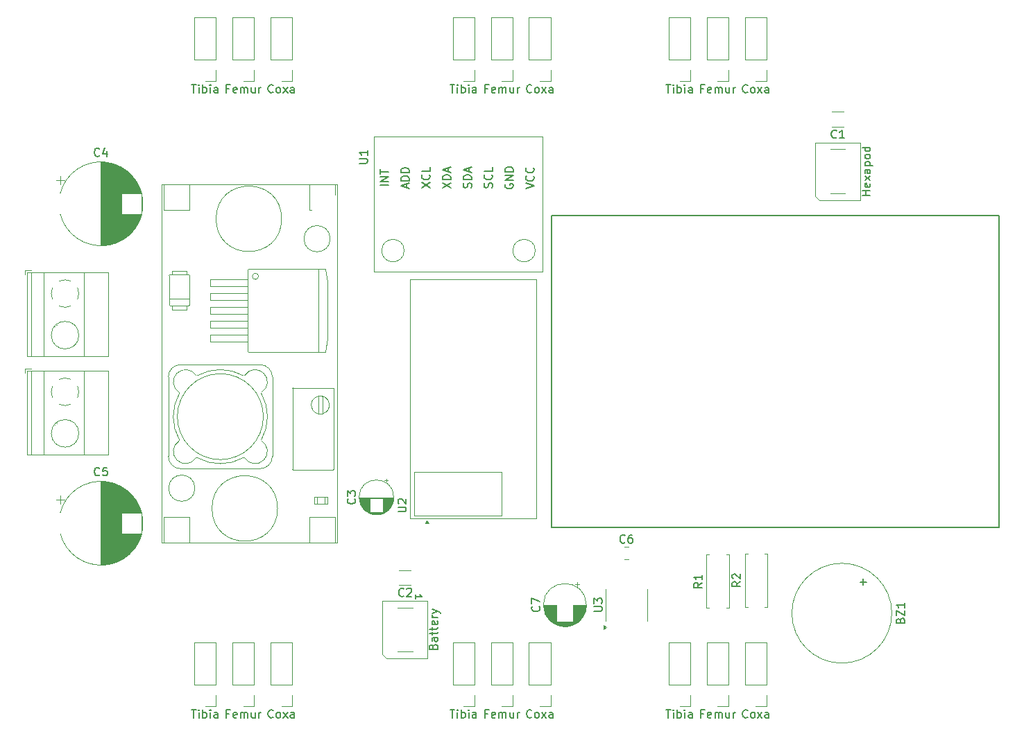
<source format=gbr>
%TF.GenerationSoftware,KiCad,Pcbnew,8.0.7*%
%TF.CreationDate,2025-07-10T17:57:33-04:00*%
%TF.ProjectId,_autosave-Hexapod V2,5f617574-6f73-4617-9665-2d4865786170,rev?*%
%TF.SameCoordinates,Original*%
%TF.FileFunction,Legend,Top*%
%TF.FilePolarity,Positive*%
%FSLAX46Y46*%
G04 Gerber Fmt 4.6, Leading zero omitted, Abs format (unit mm)*
G04 Created by KiCad (PCBNEW 8.0.7) date 2025-07-10 17:57:33*
%MOMM*%
%LPD*%
G01*
G04 APERTURE LIST*
%ADD10C,0.150000*%
%ADD11C,0.120000*%
G04 APERTURE END LIST*
D10*
X141983334Y-55434819D02*
X142554762Y-55434819D01*
X142269048Y-56434819D02*
X142269048Y-55434819D01*
X142888096Y-56434819D02*
X142888096Y-55768152D01*
X142888096Y-55434819D02*
X142840477Y-55482438D01*
X142840477Y-55482438D02*
X142888096Y-55530057D01*
X142888096Y-55530057D02*
X142935715Y-55482438D01*
X142935715Y-55482438D02*
X142888096Y-55434819D01*
X142888096Y-55434819D02*
X142888096Y-55530057D01*
X143364286Y-56434819D02*
X143364286Y-55434819D01*
X143364286Y-55815771D02*
X143459524Y-55768152D01*
X143459524Y-55768152D02*
X143650000Y-55768152D01*
X143650000Y-55768152D02*
X143745238Y-55815771D01*
X143745238Y-55815771D02*
X143792857Y-55863390D01*
X143792857Y-55863390D02*
X143840476Y-55958628D01*
X143840476Y-55958628D02*
X143840476Y-56244342D01*
X143840476Y-56244342D02*
X143792857Y-56339580D01*
X143792857Y-56339580D02*
X143745238Y-56387200D01*
X143745238Y-56387200D02*
X143650000Y-56434819D01*
X143650000Y-56434819D02*
X143459524Y-56434819D01*
X143459524Y-56434819D02*
X143364286Y-56387200D01*
X144269048Y-56434819D02*
X144269048Y-55768152D01*
X144269048Y-55434819D02*
X144221429Y-55482438D01*
X144221429Y-55482438D02*
X144269048Y-55530057D01*
X144269048Y-55530057D02*
X144316667Y-55482438D01*
X144316667Y-55482438D02*
X144269048Y-55434819D01*
X144269048Y-55434819D02*
X144269048Y-55530057D01*
X145173809Y-56434819D02*
X145173809Y-55911009D01*
X145173809Y-55911009D02*
X145126190Y-55815771D01*
X145126190Y-55815771D02*
X145030952Y-55768152D01*
X145030952Y-55768152D02*
X144840476Y-55768152D01*
X144840476Y-55768152D02*
X144745238Y-55815771D01*
X145173809Y-56387200D02*
X145078571Y-56434819D01*
X145078571Y-56434819D02*
X144840476Y-56434819D01*
X144840476Y-56434819D02*
X144745238Y-56387200D01*
X144745238Y-56387200D02*
X144697619Y-56291961D01*
X144697619Y-56291961D02*
X144697619Y-56196723D01*
X144697619Y-56196723D02*
X144745238Y-56101485D01*
X144745238Y-56101485D02*
X144840476Y-56053866D01*
X144840476Y-56053866D02*
X145078571Y-56053866D01*
X145078571Y-56053866D02*
X145173809Y-56006247D01*
X193269819Y-68948571D02*
X192269819Y-68948571D01*
X192746009Y-68948571D02*
X192746009Y-68377143D01*
X193269819Y-68377143D02*
X192269819Y-68377143D01*
X193222200Y-67520000D02*
X193269819Y-67615238D01*
X193269819Y-67615238D02*
X193269819Y-67805714D01*
X193269819Y-67805714D02*
X193222200Y-67900952D01*
X193222200Y-67900952D02*
X193126961Y-67948571D01*
X193126961Y-67948571D02*
X192746009Y-67948571D01*
X192746009Y-67948571D02*
X192650771Y-67900952D01*
X192650771Y-67900952D02*
X192603152Y-67805714D01*
X192603152Y-67805714D02*
X192603152Y-67615238D01*
X192603152Y-67615238D02*
X192650771Y-67520000D01*
X192650771Y-67520000D02*
X192746009Y-67472381D01*
X192746009Y-67472381D02*
X192841247Y-67472381D01*
X192841247Y-67472381D02*
X192936485Y-67948571D01*
X193269819Y-67139047D02*
X192603152Y-66615238D01*
X192603152Y-67139047D02*
X193269819Y-66615238D01*
X193269819Y-65805714D02*
X192746009Y-65805714D01*
X192746009Y-65805714D02*
X192650771Y-65853333D01*
X192650771Y-65853333D02*
X192603152Y-65948571D01*
X192603152Y-65948571D02*
X192603152Y-66139047D01*
X192603152Y-66139047D02*
X192650771Y-66234285D01*
X193222200Y-65805714D02*
X193269819Y-65900952D01*
X193269819Y-65900952D02*
X193269819Y-66139047D01*
X193269819Y-66139047D02*
X193222200Y-66234285D01*
X193222200Y-66234285D02*
X193126961Y-66281904D01*
X193126961Y-66281904D02*
X193031723Y-66281904D01*
X193031723Y-66281904D02*
X192936485Y-66234285D01*
X192936485Y-66234285D02*
X192888866Y-66139047D01*
X192888866Y-66139047D02*
X192888866Y-65900952D01*
X192888866Y-65900952D02*
X192841247Y-65805714D01*
X192603152Y-65329523D02*
X193603152Y-65329523D01*
X192650771Y-65329523D02*
X192603152Y-65234285D01*
X192603152Y-65234285D02*
X192603152Y-65043809D01*
X192603152Y-65043809D02*
X192650771Y-64948571D01*
X192650771Y-64948571D02*
X192698390Y-64900952D01*
X192698390Y-64900952D02*
X192793628Y-64853333D01*
X192793628Y-64853333D02*
X193079342Y-64853333D01*
X193079342Y-64853333D02*
X193174580Y-64900952D01*
X193174580Y-64900952D02*
X193222200Y-64948571D01*
X193222200Y-64948571D02*
X193269819Y-65043809D01*
X193269819Y-65043809D02*
X193269819Y-65234285D01*
X193269819Y-65234285D02*
X193222200Y-65329523D01*
X193269819Y-64281904D02*
X193222200Y-64377142D01*
X193222200Y-64377142D02*
X193174580Y-64424761D01*
X193174580Y-64424761D02*
X193079342Y-64472380D01*
X193079342Y-64472380D02*
X192793628Y-64472380D01*
X192793628Y-64472380D02*
X192698390Y-64424761D01*
X192698390Y-64424761D02*
X192650771Y-64377142D01*
X192650771Y-64377142D02*
X192603152Y-64281904D01*
X192603152Y-64281904D02*
X192603152Y-64139047D01*
X192603152Y-64139047D02*
X192650771Y-64043809D01*
X192650771Y-64043809D02*
X192698390Y-63996190D01*
X192698390Y-63996190D02*
X192793628Y-63948571D01*
X192793628Y-63948571D02*
X193079342Y-63948571D01*
X193079342Y-63948571D02*
X193174580Y-63996190D01*
X193174580Y-63996190D02*
X193222200Y-64043809D01*
X193222200Y-64043809D02*
X193269819Y-64139047D01*
X193269819Y-64139047D02*
X193269819Y-64281904D01*
X193269819Y-63091428D02*
X192269819Y-63091428D01*
X193222200Y-63091428D02*
X193269819Y-63186666D01*
X193269819Y-63186666D02*
X193269819Y-63377142D01*
X193269819Y-63377142D02*
X193222200Y-63472380D01*
X193222200Y-63472380D02*
X193174580Y-63519999D01*
X193174580Y-63519999D02*
X193079342Y-63567618D01*
X193079342Y-63567618D02*
X192793628Y-63567618D01*
X192793628Y-63567618D02*
X192698390Y-63519999D01*
X192698390Y-63519999D02*
X192650771Y-63472380D01*
X192650771Y-63472380D02*
X192603152Y-63377142D01*
X192603152Y-63377142D02*
X192603152Y-63186666D01*
X192603152Y-63186666D02*
X192650771Y-63091428D01*
X189148333Y-61879580D02*
X189100714Y-61927200D01*
X189100714Y-61927200D02*
X188957857Y-61974819D01*
X188957857Y-61974819D02*
X188862619Y-61974819D01*
X188862619Y-61974819D02*
X188719762Y-61927200D01*
X188719762Y-61927200D02*
X188624524Y-61831961D01*
X188624524Y-61831961D02*
X188576905Y-61736723D01*
X188576905Y-61736723D02*
X188529286Y-61546247D01*
X188529286Y-61546247D02*
X188529286Y-61403390D01*
X188529286Y-61403390D02*
X188576905Y-61212914D01*
X188576905Y-61212914D02*
X188624524Y-61117676D01*
X188624524Y-61117676D02*
X188719762Y-61022438D01*
X188719762Y-61022438D02*
X188862619Y-60974819D01*
X188862619Y-60974819D02*
X188957857Y-60974819D01*
X188957857Y-60974819D02*
X189100714Y-61022438D01*
X189100714Y-61022438D02*
X189148333Y-61070057D01*
X190100714Y-61974819D02*
X189529286Y-61974819D01*
X189815000Y-61974819D02*
X189815000Y-60974819D01*
X189815000Y-60974819D02*
X189719762Y-61117676D01*
X189719762Y-61117676D02*
X189624524Y-61212914D01*
X189624524Y-61212914D02*
X189529286Y-61260533D01*
X172935714Y-55911009D02*
X172602381Y-55911009D01*
X172602381Y-56434819D02*
X172602381Y-55434819D01*
X172602381Y-55434819D02*
X173078571Y-55434819D01*
X173840476Y-56387200D02*
X173745238Y-56434819D01*
X173745238Y-56434819D02*
X173554762Y-56434819D01*
X173554762Y-56434819D02*
X173459524Y-56387200D01*
X173459524Y-56387200D02*
X173411905Y-56291961D01*
X173411905Y-56291961D02*
X173411905Y-55911009D01*
X173411905Y-55911009D02*
X173459524Y-55815771D01*
X173459524Y-55815771D02*
X173554762Y-55768152D01*
X173554762Y-55768152D02*
X173745238Y-55768152D01*
X173745238Y-55768152D02*
X173840476Y-55815771D01*
X173840476Y-55815771D02*
X173888095Y-55911009D01*
X173888095Y-55911009D02*
X173888095Y-56006247D01*
X173888095Y-56006247D02*
X173411905Y-56101485D01*
X174316667Y-56434819D02*
X174316667Y-55768152D01*
X174316667Y-55863390D02*
X174364286Y-55815771D01*
X174364286Y-55815771D02*
X174459524Y-55768152D01*
X174459524Y-55768152D02*
X174602381Y-55768152D01*
X174602381Y-55768152D02*
X174697619Y-55815771D01*
X174697619Y-55815771D02*
X174745238Y-55911009D01*
X174745238Y-55911009D02*
X174745238Y-56434819D01*
X174745238Y-55911009D02*
X174792857Y-55815771D01*
X174792857Y-55815771D02*
X174888095Y-55768152D01*
X174888095Y-55768152D02*
X175030952Y-55768152D01*
X175030952Y-55768152D02*
X175126191Y-55815771D01*
X175126191Y-55815771D02*
X175173810Y-55911009D01*
X175173810Y-55911009D02*
X175173810Y-56434819D01*
X176078571Y-55768152D02*
X176078571Y-56434819D01*
X175650000Y-55768152D02*
X175650000Y-56291961D01*
X175650000Y-56291961D02*
X175697619Y-56387200D01*
X175697619Y-56387200D02*
X175792857Y-56434819D01*
X175792857Y-56434819D02*
X175935714Y-56434819D01*
X175935714Y-56434819D02*
X176030952Y-56387200D01*
X176030952Y-56387200D02*
X176078571Y-56339580D01*
X176554762Y-56434819D02*
X176554762Y-55768152D01*
X176554762Y-55958628D02*
X176602381Y-55863390D01*
X176602381Y-55863390D02*
X176650000Y-55815771D01*
X176650000Y-55815771D02*
X176745238Y-55768152D01*
X176745238Y-55768152D02*
X176840476Y-55768152D01*
X139931009Y-124071429D02*
X139978628Y-123928572D01*
X139978628Y-123928572D02*
X140026247Y-123880953D01*
X140026247Y-123880953D02*
X140121485Y-123833334D01*
X140121485Y-123833334D02*
X140264342Y-123833334D01*
X140264342Y-123833334D02*
X140359580Y-123880953D01*
X140359580Y-123880953D02*
X140407200Y-123928572D01*
X140407200Y-123928572D02*
X140454819Y-124023810D01*
X140454819Y-124023810D02*
X140454819Y-124404762D01*
X140454819Y-124404762D02*
X139454819Y-124404762D01*
X139454819Y-124404762D02*
X139454819Y-124071429D01*
X139454819Y-124071429D02*
X139502438Y-123976191D01*
X139502438Y-123976191D02*
X139550057Y-123928572D01*
X139550057Y-123928572D02*
X139645295Y-123880953D01*
X139645295Y-123880953D02*
X139740533Y-123880953D01*
X139740533Y-123880953D02*
X139835771Y-123928572D01*
X139835771Y-123928572D02*
X139883390Y-123976191D01*
X139883390Y-123976191D02*
X139931009Y-124071429D01*
X139931009Y-124071429D02*
X139931009Y-124404762D01*
X140454819Y-122976191D02*
X139931009Y-122976191D01*
X139931009Y-122976191D02*
X139835771Y-123023810D01*
X139835771Y-123023810D02*
X139788152Y-123119048D01*
X139788152Y-123119048D02*
X139788152Y-123309524D01*
X139788152Y-123309524D02*
X139835771Y-123404762D01*
X140407200Y-122976191D02*
X140454819Y-123071429D01*
X140454819Y-123071429D02*
X140454819Y-123309524D01*
X140454819Y-123309524D02*
X140407200Y-123404762D01*
X140407200Y-123404762D02*
X140311961Y-123452381D01*
X140311961Y-123452381D02*
X140216723Y-123452381D01*
X140216723Y-123452381D02*
X140121485Y-123404762D01*
X140121485Y-123404762D02*
X140073866Y-123309524D01*
X140073866Y-123309524D02*
X140073866Y-123071429D01*
X140073866Y-123071429D02*
X140026247Y-122976191D01*
X139788152Y-122642857D02*
X139788152Y-122261905D01*
X139454819Y-122500000D02*
X140311961Y-122500000D01*
X140311961Y-122500000D02*
X140407200Y-122452381D01*
X140407200Y-122452381D02*
X140454819Y-122357143D01*
X140454819Y-122357143D02*
X140454819Y-122261905D01*
X139788152Y-122071428D02*
X139788152Y-121690476D01*
X139454819Y-121928571D02*
X140311961Y-121928571D01*
X140311961Y-121928571D02*
X140407200Y-121880952D01*
X140407200Y-121880952D02*
X140454819Y-121785714D01*
X140454819Y-121785714D02*
X140454819Y-121690476D01*
X140407200Y-120976190D02*
X140454819Y-121071428D01*
X140454819Y-121071428D02*
X140454819Y-121261904D01*
X140454819Y-121261904D02*
X140407200Y-121357142D01*
X140407200Y-121357142D02*
X140311961Y-121404761D01*
X140311961Y-121404761D02*
X139931009Y-121404761D01*
X139931009Y-121404761D02*
X139835771Y-121357142D01*
X139835771Y-121357142D02*
X139788152Y-121261904D01*
X139788152Y-121261904D02*
X139788152Y-121071428D01*
X139788152Y-121071428D02*
X139835771Y-120976190D01*
X139835771Y-120976190D02*
X139931009Y-120928571D01*
X139931009Y-120928571D02*
X140026247Y-120928571D01*
X140026247Y-120928571D02*
X140121485Y-121404761D01*
X140454819Y-120499999D02*
X139788152Y-120499999D01*
X139978628Y-120499999D02*
X139883390Y-120452380D01*
X139883390Y-120452380D02*
X139835771Y-120404761D01*
X139835771Y-120404761D02*
X139788152Y-120309523D01*
X139788152Y-120309523D02*
X139788152Y-120214285D01*
X139788152Y-119976189D02*
X140454819Y-119738094D01*
X139788152Y-119499999D02*
X140454819Y-119738094D01*
X140454819Y-119738094D02*
X140692914Y-119833332D01*
X140692914Y-119833332D02*
X140740533Y-119880951D01*
X140740533Y-119880951D02*
X140788152Y-119976189D01*
X137737704Y-118228571D02*
X137737704Y-117771428D01*
X137737704Y-118000000D02*
X138537704Y-118000000D01*
X138537704Y-118000000D02*
X138423419Y-117923809D01*
X138423419Y-117923809D02*
X138347228Y-117847619D01*
X138347228Y-117847619D02*
X138309133Y-117771428D01*
X130359580Y-106006166D02*
X130407200Y-106053785D01*
X130407200Y-106053785D02*
X130454819Y-106196642D01*
X130454819Y-106196642D02*
X130454819Y-106291880D01*
X130454819Y-106291880D02*
X130407200Y-106434737D01*
X130407200Y-106434737D02*
X130311961Y-106529975D01*
X130311961Y-106529975D02*
X130216723Y-106577594D01*
X130216723Y-106577594D02*
X130026247Y-106625213D01*
X130026247Y-106625213D02*
X129883390Y-106625213D01*
X129883390Y-106625213D02*
X129692914Y-106577594D01*
X129692914Y-106577594D02*
X129597676Y-106529975D01*
X129597676Y-106529975D02*
X129502438Y-106434737D01*
X129502438Y-106434737D02*
X129454819Y-106291880D01*
X129454819Y-106291880D02*
X129454819Y-106196642D01*
X129454819Y-106196642D02*
X129502438Y-106053785D01*
X129502438Y-106053785D02*
X129550057Y-106006166D01*
X129454819Y-105672832D02*
X129454819Y-105053785D01*
X129454819Y-105053785D02*
X129835771Y-105387118D01*
X129835771Y-105387118D02*
X129835771Y-105244261D01*
X129835771Y-105244261D02*
X129883390Y-105149023D01*
X129883390Y-105149023D02*
X129931009Y-105101404D01*
X129931009Y-105101404D02*
X130026247Y-105053785D01*
X130026247Y-105053785D02*
X130264342Y-105053785D01*
X130264342Y-105053785D02*
X130359580Y-105101404D01*
X130359580Y-105101404D02*
X130407200Y-105149023D01*
X130407200Y-105149023D02*
X130454819Y-105244261D01*
X130454819Y-105244261D02*
X130454819Y-105529975D01*
X130454819Y-105529975D02*
X130407200Y-105625213D01*
X130407200Y-105625213D02*
X130359580Y-105672832D01*
X99208333Y-103109580D02*
X99160714Y-103157200D01*
X99160714Y-103157200D02*
X99017857Y-103204819D01*
X99017857Y-103204819D02*
X98922619Y-103204819D01*
X98922619Y-103204819D02*
X98779762Y-103157200D01*
X98779762Y-103157200D02*
X98684524Y-103061961D01*
X98684524Y-103061961D02*
X98636905Y-102966723D01*
X98636905Y-102966723D02*
X98589286Y-102776247D01*
X98589286Y-102776247D02*
X98589286Y-102633390D01*
X98589286Y-102633390D02*
X98636905Y-102442914D01*
X98636905Y-102442914D02*
X98684524Y-102347676D01*
X98684524Y-102347676D02*
X98779762Y-102252438D01*
X98779762Y-102252438D02*
X98922619Y-102204819D01*
X98922619Y-102204819D02*
X99017857Y-102204819D01*
X99017857Y-102204819D02*
X99160714Y-102252438D01*
X99160714Y-102252438D02*
X99208333Y-102300057D01*
X100113095Y-102204819D02*
X99636905Y-102204819D01*
X99636905Y-102204819D02*
X99589286Y-102681009D01*
X99589286Y-102681009D02*
X99636905Y-102633390D01*
X99636905Y-102633390D02*
X99732143Y-102585771D01*
X99732143Y-102585771D02*
X99970238Y-102585771D01*
X99970238Y-102585771D02*
X100065476Y-102633390D01*
X100065476Y-102633390D02*
X100113095Y-102681009D01*
X100113095Y-102681009D02*
X100160714Y-102776247D01*
X100160714Y-102776247D02*
X100160714Y-103014342D01*
X100160714Y-103014342D02*
X100113095Y-103109580D01*
X100113095Y-103109580D02*
X100065476Y-103157200D01*
X100065476Y-103157200D02*
X99970238Y-103204819D01*
X99970238Y-103204819D02*
X99732143Y-103204819D01*
X99732143Y-103204819D02*
X99636905Y-103157200D01*
X99636905Y-103157200D02*
X99589286Y-103109580D01*
X159554819Y-119761904D02*
X160364342Y-119761904D01*
X160364342Y-119761904D02*
X160459580Y-119714285D01*
X160459580Y-119714285D02*
X160507200Y-119666666D01*
X160507200Y-119666666D02*
X160554819Y-119571428D01*
X160554819Y-119571428D02*
X160554819Y-119380952D01*
X160554819Y-119380952D02*
X160507200Y-119285714D01*
X160507200Y-119285714D02*
X160459580Y-119238095D01*
X160459580Y-119238095D02*
X160364342Y-119190476D01*
X160364342Y-119190476D02*
X159554819Y-119190476D01*
X159554819Y-118809523D02*
X159554819Y-118190476D01*
X159554819Y-118190476D02*
X159935771Y-118523809D01*
X159935771Y-118523809D02*
X159935771Y-118380952D01*
X159935771Y-118380952D02*
X159983390Y-118285714D01*
X159983390Y-118285714D02*
X160031009Y-118238095D01*
X160031009Y-118238095D02*
X160126247Y-118190476D01*
X160126247Y-118190476D02*
X160364342Y-118190476D01*
X160364342Y-118190476D02*
X160459580Y-118238095D01*
X160459580Y-118238095D02*
X160507200Y-118285714D01*
X160507200Y-118285714D02*
X160554819Y-118380952D01*
X160554819Y-118380952D02*
X160554819Y-118666666D01*
X160554819Y-118666666D02*
X160507200Y-118761904D01*
X160507200Y-118761904D02*
X160459580Y-118809523D01*
X196931009Y-120880952D02*
X196978628Y-120738095D01*
X196978628Y-120738095D02*
X197026247Y-120690476D01*
X197026247Y-120690476D02*
X197121485Y-120642857D01*
X197121485Y-120642857D02*
X197264342Y-120642857D01*
X197264342Y-120642857D02*
X197359580Y-120690476D01*
X197359580Y-120690476D02*
X197407200Y-120738095D01*
X197407200Y-120738095D02*
X197454819Y-120833333D01*
X197454819Y-120833333D02*
X197454819Y-121214285D01*
X197454819Y-121214285D02*
X196454819Y-121214285D01*
X196454819Y-121214285D02*
X196454819Y-120880952D01*
X196454819Y-120880952D02*
X196502438Y-120785714D01*
X196502438Y-120785714D02*
X196550057Y-120738095D01*
X196550057Y-120738095D02*
X196645295Y-120690476D01*
X196645295Y-120690476D02*
X196740533Y-120690476D01*
X196740533Y-120690476D02*
X196835771Y-120738095D01*
X196835771Y-120738095D02*
X196883390Y-120785714D01*
X196883390Y-120785714D02*
X196931009Y-120880952D01*
X196931009Y-120880952D02*
X196931009Y-121214285D01*
X196454819Y-120309523D02*
X196454819Y-119642857D01*
X196454819Y-119642857D02*
X197454819Y-120309523D01*
X197454819Y-120309523D02*
X197454819Y-119642857D01*
X197454819Y-118738095D02*
X197454819Y-119309523D01*
X197454819Y-119023809D02*
X196454819Y-119023809D01*
X196454819Y-119023809D02*
X196597676Y-119119047D01*
X196597676Y-119119047D02*
X196692914Y-119214285D01*
X196692914Y-119214285D02*
X196740533Y-119309523D01*
X192413866Y-116570951D02*
X192413866Y-115809047D01*
X192794819Y-116189999D02*
X192032914Y-116189999D01*
X146585714Y-132261009D02*
X146252381Y-132261009D01*
X146252381Y-132784819D02*
X146252381Y-131784819D01*
X146252381Y-131784819D02*
X146728571Y-131784819D01*
X147490476Y-132737200D02*
X147395238Y-132784819D01*
X147395238Y-132784819D02*
X147204762Y-132784819D01*
X147204762Y-132784819D02*
X147109524Y-132737200D01*
X147109524Y-132737200D02*
X147061905Y-132641961D01*
X147061905Y-132641961D02*
X147061905Y-132261009D01*
X147061905Y-132261009D02*
X147109524Y-132165771D01*
X147109524Y-132165771D02*
X147204762Y-132118152D01*
X147204762Y-132118152D02*
X147395238Y-132118152D01*
X147395238Y-132118152D02*
X147490476Y-132165771D01*
X147490476Y-132165771D02*
X147538095Y-132261009D01*
X147538095Y-132261009D02*
X147538095Y-132356247D01*
X147538095Y-132356247D02*
X147061905Y-132451485D01*
X147966667Y-132784819D02*
X147966667Y-132118152D01*
X147966667Y-132213390D02*
X148014286Y-132165771D01*
X148014286Y-132165771D02*
X148109524Y-132118152D01*
X148109524Y-132118152D02*
X148252381Y-132118152D01*
X148252381Y-132118152D02*
X148347619Y-132165771D01*
X148347619Y-132165771D02*
X148395238Y-132261009D01*
X148395238Y-132261009D02*
X148395238Y-132784819D01*
X148395238Y-132261009D02*
X148442857Y-132165771D01*
X148442857Y-132165771D02*
X148538095Y-132118152D01*
X148538095Y-132118152D02*
X148680952Y-132118152D01*
X148680952Y-132118152D02*
X148776191Y-132165771D01*
X148776191Y-132165771D02*
X148823810Y-132261009D01*
X148823810Y-132261009D02*
X148823810Y-132784819D01*
X149728571Y-132118152D02*
X149728571Y-132784819D01*
X149300000Y-132118152D02*
X149300000Y-132641961D01*
X149300000Y-132641961D02*
X149347619Y-132737200D01*
X149347619Y-132737200D02*
X149442857Y-132784819D01*
X149442857Y-132784819D02*
X149585714Y-132784819D01*
X149585714Y-132784819D02*
X149680952Y-132737200D01*
X149680952Y-132737200D02*
X149728571Y-132689580D01*
X150204762Y-132784819D02*
X150204762Y-132118152D01*
X150204762Y-132308628D02*
X150252381Y-132213390D01*
X150252381Y-132213390D02*
X150300000Y-132165771D01*
X150300000Y-132165771D02*
X150395238Y-132118152D01*
X150395238Y-132118152D02*
X150490476Y-132118152D01*
X151949999Y-56339580D02*
X151902380Y-56387200D01*
X151902380Y-56387200D02*
X151759523Y-56434819D01*
X151759523Y-56434819D02*
X151664285Y-56434819D01*
X151664285Y-56434819D02*
X151521428Y-56387200D01*
X151521428Y-56387200D02*
X151426190Y-56291961D01*
X151426190Y-56291961D02*
X151378571Y-56196723D01*
X151378571Y-56196723D02*
X151330952Y-56006247D01*
X151330952Y-56006247D02*
X151330952Y-55863390D01*
X151330952Y-55863390D02*
X151378571Y-55672914D01*
X151378571Y-55672914D02*
X151426190Y-55577676D01*
X151426190Y-55577676D02*
X151521428Y-55482438D01*
X151521428Y-55482438D02*
X151664285Y-55434819D01*
X151664285Y-55434819D02*
X151759523Y-55434819D01*
X151759523Y-55434819D02*
X151902380Y-55482438D01*
X151902380Y-55482438D02*
X151949999Y-55530057D01*
X152521428Y-56434819D02*
X152426190Y-56387200D01*
X152426190Y-56387200D02*
X152378571Y-56339580D01*
X152378571Y-56339580D02*
X152330952Y-56244342D01*
X152330952Y-56244342D02*
X152330952Y-55958628D01*
X152330952Y-55958628D02*
X152378571Y-55863390D01*
X152378571Y-55863390D02*
X152426190Y-55815771D01*
X152426190Y-55815771D02*
X152521428Y-55768152D01*
X152521428Y-55768152D02*
X152664285Y-55768152D01*
X152664285Y-55768152D02*
X152759523Y-55815771D01*
X152759523Y-55815771D02*
X152807142Y-55863390D01*
X152807142Y-55863390D02*
X152854761Y-55958628D01*
X152854761Y-55958628D02*
X152854761Y-56244342D01*
X152854761Y-56244342D02*
X152807142Y-56339580D01*
X152807142Y-56339580D02*
X152759523Y-56387200D01*
X152759523Y-56387200D02*
X152664285Y-56434819D01*
X152664285Y-56434819D02*
X152521428Y-56434819D01*
X153188095Y-56434819D02*
X153711904Y-55768152D01*
X153188095Y-55768152D02*
X153711904Y-56434819D01*
X154521428Y-56434819D02*
X154521428Y-55911009D01*
X154521428Y-55911009D02*
X154473809Y-55815771D01*
X154473809Y-55815771D02*
X154378571Y-55768152D01*
X154378571Y-55768152D02*
X154188095Y-55768152D01*
X154188095Y-55768152D02*
X154092857Y-55815771D01*
X154521428Y-56387200D02*
X154426190Y-56434819D01*
X154426190Y-56434819D02*
X154188095Y-56434819D01*
X154188095Y-56434819D02*
X154092857Y-56387200D01*
X154092857Y-56387200D02*
X154045238Y-56291961D01*
X154045238Y-56291961D02*
X154045238Y-56196723D01*
X154045238Y-56196723D02*
X154092857Y-56101485D01*
X154092857Y-56101485D02*
X154188095Y-56053866D01*
X154188095Y-56053866D02*
X154426190Y-56053866D01*
X154426190Y-56053866D02*
X154521428Y-56006247D01*
X178299999Y-132689580D02*
X178252380Y-132737200D01*
X178252380Y-132737200D02*
X178109523Y-132784819D01*
X178109523Y-132784819D02*
X178014285Y-132784819D01*
X178014285Y-132784819D02*
X177871428Y-132737200D01*
X177871428Y-132737200D02*
X177776190Y-132641961D01*
X177776190Y-132641961D02*
X177728571Y-132546723D01*
X177728571Y-132546723D02*
X177680952Y-132356247D01*
X177680952Y-132356247D02*
X177680952Y-132213390D01*
X177680952Y-132213390D02*
X177728571Y-132022914D01*
X177728571Y-132022914D02*
X177776190Y-131927676D01*
X177776190Y-131927676D02*
X177871428Y-131832438D01*
X177871428Y-131832438D02*
X178014285Y-131784819D01*
X178014285Y-131784819D02*
X178109523Y-131784819D01*
X178109523Y-131784819D02*
X178252380Y-131832438D01*
X178252380Y-131832438D02*
X178299999Y-131880057D01*
X178871428Y-132784819D02*
X178776190Y-132737200D01*
X178776190Y-132737200D02*
X178728571Y-132689580D01*
X178728571Y-132689580D02*
X178680952Y-132594342D01*
X178680952Y-132594342D02*
X178680952Y-132308628D01*
X178680952Y-132308628D02*
X178728571Y-132213390D01*
X178728571Y-132213390D02*
X178776190Y-132165771D01*
X178776190Y-132165771D02*
X178871428Y-132118152D01*
X178871428Y-132118152D02*
X179014285Y-132118152D01*
X179014285Y-132118152D02*
X179109523Y-132165771D01*
X179109523Y-132165771D02*
X179157142Y-132213390D01*
X179157142Y-132213390D02*
X179204761Y-132308628D01*
X179204761Y-132308628D02*
X179204761Y-132594342D01*
X179204761Y-132594342D02*
X179157142Y-132689580D01*
X179157142Y-132689580D02*
X179109523Y-132737200D01*
X179109523Y-132737200D02*
X179014285Y-132784819D01*
X179014285Y-132784819D02*
X178871428Y-132784819D01*
X179538095Y-132784819D02*
X180061904Y-132118152D01*
X179538095Y-132118152D02*
X180061904Y-132784819D01*
X180871428Y-132784819D02*
X180871428Y-132261009D01*
X180871428Y-132261009D02*
X180823809Y-132165771D01*
X180823809Y-132165771D02*
X180728571Y-132118152D01*
X180728571Y-132118152D02*
X180538095Y-132118152D01*
X180538095Y-132118152D02*
X180442857Y-132165771D01*
X180871428Y-132737200D02*
X180776190Y-132784819D01*
X180776190Y-132784819D02*
X180538095Y-132784819D01*
X180538095Y-132784819D02*
X180442857Y-132737200D01*
X180442857Y-132737200D02*
X180395238Y-132641961D01*
X180395238Y-132641961D02*
X180395238Y-132546723D01*
X180395238Y-132546723D02*
X180442857Y-132451485D01*
X180442857Y-132451485D02*
X180538095Y-132403866D01*
X180538095Y-132403866D02*
X180776190Y-132403866D01*
X180776190Y-132403866D02*
X180871428Y-132356247D01*
X152859580Y-119166666D02*
X152907200Y-119214285D01*
X152907200Y-119214285D02*
X152954819Y-119357142D01*
X152954819Y-119357142D02*
X152954819Y-119452380D01*
X152954819Y-119452380D02*
X152907200Y-119595237D01*
X152907200Y-119595237D02*
X152811961Y-119690475D01*
X152811961Y-119690475D02*
X152716723Y-119738094D01*
X152716723Y-119738094D02*
X152526247Y-119785713D01*
X152526247Y-119785713D02*
X152383390Y-119785713D01*
X152383390Y-119785713D02*
X152192914Y-119738094D01*
X152192914Y-119738094D02*
X152097676Y-119690475D01*
X152097676Y-119690475D02*
X152002438Y-119595237D01*
X152002438Y-119595237D02*
X151954819Y-119452380D01*
X151954819Y-119452380D02*
X151954819Y-119357142D01*
X151954819Y-119357142D02*
X152002438Y-119214285D01*
X152002438Y-119214285D02*
X152050057Y-119166666D01*
X151954819Y-118833332D02*
X151954819Y-118166666D01*
X151954819Y-118166666D02*
X152954819Y-118595237D01*
X172935714Y-132261009D02*
X172602381Y-132261009D01*
X172602381Y-132784819D02*
X172602381Y-131784819D01*
X172602381Y-131784819D02*
X173078571Y-131784819D01*
X173840476Y-132737200D02*
X173745238Y-132784819D01*
X173745238Y-132784819D02*
X173554762Y-132784819D01*
X173554762Y-132784819D02*
X173459524Y-132737200D01*
X173459524Y-132737200D02*
X173411905Y-132641961D01*
X173411905Y-132641961D02*
X173411905Y-132261009D01*
X173411905Y-132261009D02*
X173459524Y-132165771D01*
X173459524Y-132165771D02*
X173554762Y-132118152D01*
X173554762Y-132118152D02*
X173745238Y-132118152D01*
X173745238Y-132118152D02*
X173840476Y-132165771D01*
X173840476Y-132165771D02*
X173888095Y-132261009D01*
X173888095Y-132261009D02*
X173888095Y-132356247D01*
X173888095Y-132356247D02*
X173411905Y-132451485D01*
X174316667Y-132784819D02*
X174316667Y-132118152D01*
X174316667Y-132213390D02*
X174364286Y-132165771D01*
X174364286Y-132165771D02*
X174459524Y-132118152D01*
X174459524Y-132118152D02*
X174602381Y-132118152D01*
X174602381Y-132118152D02*
X174697619Y-132165771D01*
X174697619Y-132165771D02*
X174745238Y-132261009D01*
X174745238Y-132261009D02*
X174745238Y-132784819D01*
X174745238Y-132261009D02*
X174792857Y-132165771D01*
X174792857Y-132165771D02*
X174888095Y-132118152D01*
X174888095Y-132118152D02*
X175030952Y-132118152D01*
X175030952Y-132118152D02*
X175126191Y-132165771D01*
X175126191Y-132165771D02*
X175173810Y-132261009D01*
X175173810Y-132261009D02*
X175173810Y-132784819D01*
X176078571Y-132118152D02*
X176078571Y-132784819D01*
X175650000Y-132118152D02*
X175650000Y-132641961D01*
X175650000Y-132641961D02*
X175697619Y-132737200D01*
X175697619Y-132737200D02*
X175792857Y-132784819D01*
X175792857Y-132784819D02*
X175935714Y-132784819D01*
X175935714Y-132784819D02*
X176030952Y-132737200D01*
X176030952Y-132737200D02*
X176078571Y-132689580D01*
X176554762Y-132784819D02*
X176554762Y-132118152D01*
X176554762Y-132308628D02*
X176602381Y-132213390D01*
X176602381Y-132213390D02*
X176650000Y-132165771D01*
X176650000Y-132165771D02*
X176745238Y-132118152D01*
X176745238Y-132118152D02*
X176840476Y-132118152D01*
X178299999Y-56339580D02*
X178252380Y-56387200D01*
X178252380Y-56387200D02*
X178109523Y-56434819D01*
X178109523Y-56434819D02*
X178014285Y-56434819D01*
X178014285Y-56434819D02*
X177871428Y-56387200D01*
X177871428Y-56387200D02*
X177776190Y-56291961D01*
X177776190Y-56291961D02*
X177728571Y-56196723D01*
X177728571Y-56196723D02*
X177680952Y-56006247D01*
X177680952Y-56006247D02*
X177680952Y-55863390D01*
X177680952Y-55863390D02*
X177728571Y-55672914D01*
X177728571Y-55672914D02*
X177776190Y-55577676D01*
X177776190Y-55577676D02*
X177871428Y-55482438D01*
X177871428Y-55482438D02*
X178014285Y-55434819D01*
X178014285Y-55434819D02*
X178109523Y-55434819D01*
X178109523Y-55434819D02*
X178252380Y-55482438D01*
X178252380Y-55482438D02*
X178299999Y-55530057D01*
X178871428Y-56434819D02*
X178776190Y-56387200D01*
X178776190Y-56387200D02*
X178728571Y-56339580D01*
X178728571Y-56339580D02*
X178680952Y-56244342D01*
X178680952Y-56244342D02*
X178680952Y-55958628D01*
X178680952Y-55958628D02*
X178728571Y-55863390D01*
X178728571Y-55863390D02*
X178776190Y-55815771D01*
X178776190Y-55815771D02*
X178871428Y-55768152D01*
X178871428Y-55768152D02*
X179014285Y-55768152D01*
X179014285Y-55768152D02*
X179109523Y-55815771D01*
X179109523Y-55815771D02*
X179157142Y-55863390D01*
X179157142Y-55863390D02*
X179204761Y-55958628D01*
X179204761Y-55958628D02*
X179204761Y-56244342D01*
X179204761Y-56244342D02*
X179157142Y-56339580D01*
X179157142Y-56339580D02*
X179109523Y-56387200D01*
X179109523Y-56387200D02*
X179014285Y-56434819D01*
X179014285Y-56434819D02*
X178871428Y-56434819D01*
X179538095Y-56434819D02*
X180061904Y-55768152D01*
X179538095Y-55768152D02*
X180061904Y-56434819D01*
X180871428Y-56434819D02*
X180871428Y-55911009D01*
X180871428Y-55911009D02*
X180823809Y-55815771D01*
X180823809Y-55815771D02*
X180728571Y-55768152D01*
X180728571Y-55768152D02*
X180538095Y-55768152D01*
X180538095Y-55768152D02*
X180442857Y-55815771D01*
X180871428Y-56387200D02*
X180776190Y-56434819D01*
X180776190Y-56434819D02*
X180538095Y-56434819D01*
X180538095Y-56434819D02*
X180442857Y-56387200D01*
X180442857Y-56387200D02*
X180395238Y-56291961D01*
X180395238Y-56291961D02*
X180395238Y-56196723D01*
X180395238Y-56196723D02*
X180442857Y-56101485D01*
X180442857Y-56101485D02*
X180538095Y-56053866D01*
X180538095Y-56053866D02*
X180776190Y-56053866D01*
X180776190Y-56053866D02*
X180871428Y-56006247D01*
X120399999Y-56339580D02*
X120352380Y-56387200D01*
X120352380Y-56387200D02*
X120209523Y-56434819D01*
X120209523Y-56434819D02*
X120114285Y-56434819D01*
X120114285Y-56434819D02*
X119971428Y-56387200D01*
X119971428Y-56387200D02*
X119876190Y-56291961D01*
X119876190Y-56291961D02*
X119828571Y-56196723D01*
X119828571Y-56196723D02*
X119780952Y-56006247D01*
X119780952Y-56006247D02*
X119780952Y-55863390D01*
X119780952Y-55863390D02*
X119828571Y-55672914D01*
X119828571Y-55672914D02*
X119876190Y-55577676D01*
X119876190Y-55577676D02*
X119971428Y-55482438D01*
X119971428Y-55482438D02*
X120114285Y-55434819D01*
X120114285Y-55434819D02*
X120209523Y-55434819D01*
X120209523Y-55434819D02*
X120352380Y-55482438D01*
X120352380Y-55482438D02*
X120399999Y-55530057D01*
X120971428Y-56434819D02*
X120876190Y-56387200D01*
X120876190Y-56387200D02*
X120828571Y-56339580D01*
X120828571Y-56339580D02*
X120780952Y-56244342D01*
X120780952Y-56244342D02*
X120780952Y-55958628D01*
X120780952Y-55958628D02*
X120828571Y-55863390D01*
X120828571Y-55863390D02*
X120876190Y-55815771D01*
X120876190Y-55815771D02*
X120971428Y-55768152D01*
X120971428Y-55768152D02*
X121114285Y-55768152D01*
X121114285Y-55768152D02*
X121209523Y-55815771D01*
X121209523Y-55815771D02*
X121257142Y-55863390D01*
X121257142Y-55863390D02*
X121304761Y-55958628D01*
X121304761Y-55958628D02*
X121304761Y-56244342D01*
X121304761Y-56244342D02*
X121257142Y-56339580D01*
X121257142Y-56339580D02*
X121209523Y-56387200D01*
X121209523Y-56387200D02*
X121114285Y-56434819D01*
X121114285Y-56434819D02*
X120971428Y-56434819D01*
X121638095Y-56434819D02*
X122161904Y-55768152D01*
X121638095Y-55768152D02*
X122161904Y-56434819D01*
X122971428Y-56434819D02*
X122971428Y-55911009D01*
X122971428Y-55911009D02*
X122923809Y-55815771D01*
X122923809Y-55815771D02*
X122828571Y-55768152D01*
X122828571Y-55768152D02*
X122638095Y-55768152D01*
X122638095Y-55768152D02*
X122542857Y-55815771D01*
X122971428Y-56387200D02*
X122876190Y-56434819D01*
X122876190Y-56434819D02*
X122638095Y-56434819D01*
X122638095Y-56434819D02*
X122542857Y-56387200D01*
X122542857Y-56387200D02*
X122495238Y-56291961D01*
X122495238Y-56291961D02*
X122495238Y-56196723D01*
X122495238Y-56196723D02*
X122542857Y-56101485D01*
X122542857Y-56101485D02*
X122638095Y-56053866D01*
X122638095Y-56053866D02*
X122876190Y-56053866D01*
X122876190Y-56053866D02*
X122971428Y-56006247D01*
X163333333Y-111329580D02*
X163285714Y-111377200D01*
X163285714Y-111377200D02*
X163142857Y-111424819D01*
X163142857Y-111424819D02*
X163047619Y-111424819D01*
X163047619Y-111424819D02*
X162904762Y-111377200D01*
X162904762Y-111377200D02*
X162809524Y-111281961D01*
X162809524Y-111281961D02*
X162761905Y-111186723D01*
X162761905Y-111186723D02*
X162714286Y-110996247D01*
X162714286Y-110996247D02*
X162714286Y-110853390D01*
X162714286Y-110853390D02*
X162761905Y-110662914D01*
X162761905Y-110662914D02*
X162809524Y-110567676D01*
X162809524Y-110567676D02*
X162904762Y-110472438D01*
X162904762Y-110472438D02*
X163047619Y-110424819D01*
X163047619Y-110424819D02*
X163142857Y-110424819D01*
X163142857Y-110424819D02*
X163285714Y-110472438D01*
X163285714Y-110472438D02*
X163333333Y-110520057D01*
X164190476Y-110424819D02*
X164000000Y-110424819D01*
X164000000Y-110424819D02*
X163904762Y-110472438D01*
X163904762Y-110472438D02*
X163857143Y-110520057D01*
X163857143Y-110520057D02*
X163761905Y-110662914D01*
X163761905Y-110662914D02*
X163714286Y-110853390D01*
X163714286Y-110853390D02*
X163714286Y-111234342D01*
X163714286Y-111234342D02*
X163761905Y-111329580D01*
X163761905Y-111329580D02*
X163809524Y-111377200D01*
X163809524Y-111377200D02*
X163904762Y-111424819D01*
X163904762Y-111424819D02*
X164095238Y-111424819D01*
X164095238Y-111424819D02*
X164190476Y-111377200D01*
X164190476Y-111377200D02*
X164238095Y-111329580D01*
X164238095Y-111329580D02*
X164285714Y-111234342D01*
X164285714Y-111234342D02*
X164285714Y-110996247D01*
X164285714Y-110996247D02*
X164238095Y-110901009D01*
X164238095Y-110901009D02*
X164190476Y-110853390D01*
X164190476Y-110853390D02*
X164095238Y-110805771D01*
X164095238Y-110805771D02*
X163904762Y-110805771D01*
X163904762Y-110805771D02*
X163809524Y-110853390D01*
X163809524Y-110853390D02*
X163761905Y-110901009D01*
X163761905Y-110901009D02*
X163714286Y-110996247D01*
X110433334Y-131784819D02*
X111004762Y-131784819D01*
X110719048Y-132784819D02*
X110719048Y-131784819D01*
X111338096Y-132784819D02*
X111338096Y-132118152D01*
X111338096Y-131784819D02*
X111290477Y-131832438D01*
X111290477Y-131832438D02*
X111338096Y-131880057D01*
X111338096Y-131880057D02*
X111385715Y-131832438D01*
X111385715Y-131832438D02*
X111338096Y-131784819D01*
X111338096Y-131784819D02*
X111338096Y-131880057D01*
X111814286Y-132784819D02*
X111814286Y-131784819D01*
X111814286Y-132165771D02*
X111909524Y-132118152D01*
X111909524Y-132118152D02*
X112100000Y-132118152D01*
X112100000Y-132118152D02*
X112195238Y-132165771D01*
X112195238Y-132165771D02*
X112242857Y-132213390D01*
X112242857Y-132213390D02*
X112290476Y-132308628D01*
X112290476Y-132308628D02*
X112290476Y-132594342D01*
X112290476Y-132594342D02*
X112242857Y-132689580D01*
X112242857Y-132689580D02*
X112195238Y-132737200D01*
X112195238Y-132737200D02*
X112100000Y-132784819D01*
X112100000Y-132784819D02*
X111909524Y-132784819D01*
X111909524Y-132784819D02*
X111814286Y-132737200D01*
X112719048Y-132784819D02*
X112719048Y-132118152D01*
X112719048Y-131784819D02*
X112671429Y-131832438D01*
X112671429Y-131832438D02*
X112719048Y-131880057D01*
X112719048Y-131880057D02*
X112766667Y-131832438D01*
X112766667Y-131832438D02*
X112719048Y-131784819D01*
X112719048Y-131784819D02*
X112719048Y-131880057D01*
X113623809Y-132784819D02*
X113623809Y-132261009D01*
X113623809Y-132261009D02*
X113576190Y-132165771D01*
X113576190Y-132165771D02*
X113480952Y-132118152D01*
X113480952Y-132118152D02*
X113290476Y-132118152D01*
X113290476Y-132118152D02*
X113195238Y-132165771D01*
X113623809Y-132737200D02*
X113528571Y-132784819D01*
X113528571Y-132784819D02*
X113290476Y-132784819D01*
X113290476Y-132784819D02*
X113195238Y-132737200D01*
X113195238Y-132737200D02*
X113147619Y-132641961D01*
X113147619Y-132641961D02*
X113147619Y-132546723D01*
X113147619Y-132546723D02*
X113195238Y-132451485D01*
X113195238Y-132451485D02*
X113290476Y-132403866D01*
X113290476Y-132403866D02*
X113528571Y-132403866D01*
X113528571Y-132403866D02*
X113623809Y-132356247D01*
X115035714Y-132261009D02*
X114702381Y-132261009D01*
X114702381Y-132784819D02*
X114702381Y-131784819D01*
X114702381Y-131784819D02*
X115178571Y-131784819D01*
X115940476Y-132737200D02*
X115845238Y-132784819D01*
X115845238Y-132784819D02*
X115654762Y-132784819D01*
X115654762Y-132784819D02*
X115559524Y-132737200D01*
X115559524Y-132737200D02*
X115511905Y-132641961D01*
X115511905Y-132641961D02*
X115511905Y-132261009D01*
X115511905Y-132261009D02*
X115559524Y-132165771D01*
X115559524Y-132165771D02*
X115654762Y-132118152D01*
X115654762Y-132118152D02*
X115845238Y-132118152D01*
X115845238Y-132118152D02*
X115940476Y-132165771D01*
X115940476Y-132165771D02*
X115988095Y-132261009D01*
X115988095Y-132261009D02*
X115988095Y-132356247D01*
X115988095Y-132356247D02*
X115511905Y-132451485D01*
X116416667Y-132784819D02*
X116416667Y-132118152D01*
X116416667Y-132213390D02*
X116464286Y-132165771D01*
X116464286Y-132165771D02*
X116559524Y-132118152D01*
X116559524Y-132118152D02*
X116702381Y-132118152D01*
X116702381Y-132118152D02*
X116797619Y-132165771D01*
X116797619Y-132165771D02*
X116845238Y-132261009D01*
X116845238Y-132261009D02*
X116845238Y-132784819D01*
X116845238Y-132261009D02*
X116892857Y-132165771D01*
X116892857Y-132165771D02*
X116988095Y-132118152D01*
X116988095Y-132118152D02*
X117130952Y-132118152D01*
X117130952Y-132118152D02*
X117226191Y-132165771D01*
X117226191Y-132165771D02*
X117273810Y-132261009D01*
X117273810Y-132261009D02*
X117273810Y-132784819D01*
X118178571Y-132118152D02*
X118178571Y-132784819D01*
X117750000Y-132118152D02*
X117750000Y-132641961D01*
X117750000Y-132641961D02*
X117797619Y-132737200D01*
X117797619Y-132737200D02*
X117892857Y-132784819D01*
X117892857Y-132784819D02*
X118035714Y-132784819D01*
X118035714Y-132784819D02*
X118130952Y-132737200D01*
X118130952Y-132737200D02*
X118178571Y-132689580D01*
X118654762Y-132784819D02*
X118654762Y-132118152D01*
X118654762Y-132308628D02*
X118702381Y-132213390D01*
X118702381Y-132213390D02*
X118750000Y-132165771D01*
X118750000Y-132165771D02*
X118845238Y-132118152D01*
X118845238Y-132118152D02*
X118940476Y-132118152D01*
X168333334Y-131784819D02*
X168904762Y-131784819D01*
X168619048Y-132784819D02*
X168619048Y-131784819D01*
X169238096Y-132784819D02*
X169238096Y-132118152D01*
X169238096Y-131784819D02*
X169190477Y-131832438D01*
X169190477Y-131832438D02*
X169238096Y-131880057D01*
X169238096Y-131880057D02*
X169285715Y-131832438D01*
X169285715Y-131832438D02*
X169238096Y-131784819D01*
X169238096Y-131784819D02*
X169238096Y-131880057D01*
X169714286Y-132784819D02*
X169714286Y-131784819D01*
X169714286Y-132165771D02*
X169809524Y-132118152D01*
X169809524Y-132118152D02*
X170000000Y-132118152D01*
X170000000Y-132118152D02*
X170095238Y-132165771D01*
X170095238Y-132165771D02*
X170142857Y-132213390D01*
X170142857Y-132213390D02*
X170190476Y-132308628D01*
X170190476Y-132308628D02*
X170190476Y-132594342D01*
X170190476Y-132594342D02*
X170142857Y-132689580D01*
X170142857Y-132689580D02*
X170095238Y-132737200D01*
X170095238Y-132737200D02*
X170000000Y-132784819D01*
X170000000Y-132784819D02*
X169809524Y-132784819D01*
X169809524Y-132784819D02*
X169714286Y-132737200D01*
X170619048Y-132784819D02*
X170619048Y-132118152D01*
X170619048Y-131784819D02*
X170571429Y-131832438D01*
X170571429Y-131832438D02*
X170619048Y-131880057D01*
X170619048Y-131880057D02*
X170666667Y-131832438D01*
X170666667Y-131832438D02*
X170619048Y-131784819D01*
X170619048Y-131784819D02*
X170619048Y-131880057D01*
X171523809Y-132784819D02*
X171523809Y-132261009D01*
X171523809Y-132261009D02*
X171476190Y-132165771D01*
X171476190Y-132165771D02*
X171380952Y-132118152D01*
X171380952Y-132118152D02*
X171190476Y-132118152D01*
X171190476Y-132118152D02*
X171095238Y-132165771D01*
X171523809Y-132737200D02*
X171428571Y-132784819D01*
X171428571Y-132784819D02*
X171190476Y-132784819D01*
X171190476Y-132784819D02*
X171095238Y-132737200D01*
X171095238Y-132737200D02*
X171047619Y-132641961D01*
X171047619Y-132641961D02*
X171047619Y-132546723D01*
X171047619Y-132546723D02*
X171095238Y-132451485D01*
X171095238Y-132451485D02*
X171190476Y-132403866D01*
X171190476Y-132403866D02*
X171428571Y-132403866D01*
X171428571Y-132403866D02*
X171523809Y-132356247D01*
X135629819Y-107601404D02*
X136439342Y-107601404D01*
X136439342Y-107601404D02*
X136534580Y-107553785D01*
X136534580Y-107553785D02*
X136582200Y-107506166D01*
X136582200Y-107506166D02*
X136629819Y-107410928D01*
X136629819Y-107410928D02*
X136629819Y-107220452D01*
X136629819Y-107220452D02*
X136582200Y-107125214D01*
X136582200Y-107125214D02*
X136534580Y-107077595D01*
X136534580Y-107077595D02*
X136439342Y-107029976D01*
X136439342Y-107029976D02*
X135629819Y-107029976D01*
X135725057Y-106601404D02*
X135677438Y-106553785D01*
X135677438Y-106553785D02*
X135629819Y-106458547D01*
X135629819Y-106458547D02*
X135629819Y-106220452D01*
X135629819Y-106220452D02*
X135677438Y-106125214D01*
X135677438Y-106125214D02*
X135725057Y-106077595D01*
X135725057Y-106077595D02*
X135820295Y-106029976D01*
X135820295Y-106029976D02*
X135915533Y-106029976D01*
X135915533Y-106029976D02*
X136058390Y-106077595D01*
X136058390Y-106077595D02*
X136629819Y-106649023D01*
X136629819Y-106649023D02*
X136629819Y-106029976D01*
X141983334Y-131784819D02*
X142554762Y-131784819D01*
X142269048Y-132784819D02*
X142269048Y-131784819D01*
X142888096Y-132784819D02*
X142888096Y-132118152D01*
X142888096Y-131784819D02*
X142840477Y-131832438D01*
X142840477Y-131832438D02*
X142888096Y-131880057D01*
X142888096Y-131880057D02*
X142935715Y-131832438D01*
X142935715Y-131832438D02*
X142888096Y-131784819D01*
X142888096Y-131784819D02*
X142888096Y-131880057D01*
X143364286Y-132784819D02*
X143364286Y-131784819D01*
X143364286Y-132165771D02*
X143459524Y-132118152D01*
X143459524Y-132118152D02*
X143650000Y-132118152D01*
X143650000Y-132118152D02*
X143745238Y-132165771D01*
X143745238Y-132165771D02*
X143792857Y-132213390D01*
X143792857Y-132213390D02*
X143840476Y-132308628D01*
X143840476Y-132308628D02*
X143840476Y-132594342D01*
X143840476Y-132594342D02*
X143792857Y-132689580D01*
X143792857Y-132689580D02*
X143745238Y-132737200D01*
X143745238Y-132737200D02*
X143650000Y-132784819D01*
X143650000Y-132784819D02*
X143459524Y-132784819D01*
X143459524Y-132784819D02*
X143364286Y-132737200D01*
X144269048Y-132784819D02*
X144269048Y-132118152D01*
X144269048Y-131784819D02*
X144221429Y-131832438D01*
X144221429Y-131832438D02*
X144269048Y-131880057D01*
X144269048Y-131880057D02*
X144316667Y-131832438D01*
X144316667Y-131832438D02*
X144269048Y-131784819D01*
X144269048Y-131784819D02*
X144269048Y-131880057D01*
X145173809Y-132784819D02*
X145173809Y-132261009D01*
X145173809Y-132261009D02*
X145126190Y-132165771D01*
X145126190Y-132165771D02*
X145030952Y-132118152D01*
X145030952Y-132118152D02*
X144840476Y-132118152D01*
X144840476Y-132118152D02*
X144745238Y-132165771D01*
X145173809Y-132737200D02*
X145078571Y-132784819D01*
X145078571Y-132784819D02*
X144840476Y-132784819D01*
X144840476Y-132784819D02*
X144745238Y-132737200D01*
X144745238Y-132737200D02*
X144697619Y-132641961D01*
X144697619Y-132641961D02*
X144697619Y-132546723D01*
X144697619Y-132546723D02*
X144745238Y-132451485D01*
X144745238Y-132451485D02*
X144840476Y-132403866D01*
X144840476Y-132403866D02*
X145078571Y-132403866D01*
X145078571Y-132403866D02*
X145173809Y-132356247D01*
X120399999Y-132689580D02*
X120352380Y-132737200D01*
X120352380Y-132737200D02*
X120209523Y-132784819D01*
X120209523Y-132784819D02*
X120114285Y-132784819D01*
X120114285Y-132784819D02*
X119971428Y-132737200D01*
X119971428Y-132737200D02*
X119876190Y-132641961D01*
X119876190Y-132641961D02*
X119828571Y-132546723D01*
X119828571Y-132546723D02*
X119780952Y-132356247D01*
X119780952Y-132356247D02*
X119780952Y-132213390D01*
X119780952Y-132213390D02*
X119828571Y-132022914D01*
X119828571Y-132022914D02*
X119876190Y-131927676D01*
X119876190Y-131927676D02*
X119971428Y-131832438D01*
X119971428Y-131832438D02*
X120114285Y-131784819D01*
X120114285Y-131784819D02*
X120209523Y-131784819D01*
X120209523Y-131784819D02*
X120352380Y-131832438D01*
X120352380Y-131832438D02*
X120399999Y-131880057D01*
X120971428Y-132784819D02*
X120876190Y-132737200D01*
X120876190Y-132737200D02*
X120828571Y-132689580D01*
X120828571Y-132689580D02*
X120780952Y-132594342D01*
X120780952Y-132594342D02*
X120780952Y-132308628D01*
X120780952Y-132308628D02*
X120828571Y-132213390D01*
X120828571Y-132213390D02*
X120876190Y-132165771D01*
X120876190Y-132165771D02*
X120971428Y-132118152D01*
X120971428Y-132118152D02*
X121114285Y-132118152D01*
X121114285Y-132118152D02*
X121209523Y-132165771D01*
X121209523Y-132165771D02*
X121257142Y-132213390D01*
X121257142Y-132213390D02*
X121304761Y-132308628D01*
X121304761Y-132308628D02*
X121304761Y-132594342D01*
X121304761Y-132594342D02*
X121257142Y-132689580D01*
X121257142Y-132689580D02*
X121209523Y-132737200D01*
X121209523Y-132737200D02*
X121114285Y-132784819D01*
X121114285Y-132784819D02*
X120971428Y-132784819D01*
X121638095Y-132784819D02*
X122161904Y-132118152D01*
X121638095Y-132118152D02*
X122161904Y-132784819D01*
X122971428Y-132784819D02*
X122971428Y-132261009D01*
X122971428Y-132261009D02*
X122923809Y-132165771D01*
X122923809Y-132165771D02*
X122828571Y-132118152D01*
X122828571Y-132118152D02*
X122638095Y-132118152D01*
X122638095Y-132118152D02*
X122542857Y-132165771D01*
X122971428Y-132737200D02*
X122876190Y-132784819D01*
X122876190Y-132784819D02*
X122638095Y-132784819D01*
X122638095Y-132784819D02*
X122542857Y-132737200D01*
X122542857Y-132737200D02*
X122495238Y-132641961D01*
X122495238Y-132641961D02*
X122495238Y-132546723D01*
X122495238Y-132546723D02*
X122542857Y-132451485D01*
X122542857Y-132451485D02*
X122638095Y-132403866D01*
X122638095Y-132403866D02*
X122876190Y-132403866D01*
X122876190Y-132403866D02*
X122971428Y-132356247D01*
X151949999Y-132689580D02*
X151902380Y-132737200D01*
X151902380Y-132737200D02*
X151759523Y-132784819D01*
X151759523Y-132784819D02*
X151664285Y-132784819D01*
X151664285Y-132784819D02*
X151521428Y-132737200D01*
X151521428Y-132737200D02*
X151426190Y-132641961D01*
X151426190Y-132641961D02*
X151378571Y-132546723D01*
X151378571Y-132546723D02*
X151330952Y-132356247D01*
X151330952Y-132356247D02*
X151330952Y-132213390D01*
X151330952Y-132213390D02*
X151378571Y-132022914D01*
X151378571Y-132022914D02*
X151426190Y-131927676D01*
X151426190Y-131927676D02*
X151521428Y-131832438D01*
X151521428Y-131832438D02*
X151664285Y-131784819D01*
X151664285Y-131784819D02*
X151759523Y-131784819D01*
X151759523Y-131784819D02*
X151902380Y-131832438D01*
X151902380Y-131832438D02*
X151949999Y-131880057D01*
X152521428Y-132784819D02*
X152426190Y-132737200D01*
X152426190Y-132737200D02*
X152378571Y-132689580D01*
X152378571Y-132689580D02*
X152330952Y-132594342D01*
X152330952Y-132594342D02*
X152330952Y-132308628D01*
X152330952Y-132308628D02*
X152378571Y-132213390D01*
X152378571Y-132213390D02*
X152426190Y-132165771D01*
X152426190Y-132165771D02*
X152521428Y-132118152D01*
X152521428Y-132118152D02*
X152664285Y-132118152D01*
X152664285Y-132118152D02*
X152759523Y-132165771D01*
X152759523Y-132165771D02*
X152807142Y-132213390D01*
X152807142Y-132213390D02*
X152854761Y-132308628D01*
X152854761Y-132308628D02*
X152854761Y-132594342D01*
X152854761Y-132594342D02*
X152807142Y-132689580D01*
X152807142Y-132689580D02*
X152759523Y-132737200D01*
X152759523Y-132737200D02*
X152664285Y-132784819D01*
X152664285Y-132784819D02*
X152521428Y-132784819D01*
X153188095Y-132784819D02*
X153711904Y-132118152D01*
X153188095Y-132118152D02*
X153711904Y-132784819D01*
X154521428Y-132784819D02*
X154521428Y-132261009D01*
X154521428Y-132261009D02*
X154473809Y-132165771D01*
X154473809Y-132165771D02*
X154378571Y-132118152D01*
X154378571Y-132118152D02*
X154188095Y-132118152D01*
X154188095Y-132118152D02*
X154092857Y-132165771D01*
X154521428Y-132737200D02*
X154426190Y-132784819D01*
X154426190Y-132784819D02*
X154188095Y-132784819D01*
X154188095Y-132784819D02*
X154092857Y-132737200D01*
X154092857Y-132737200D02*
X154045238Y-132641961D01*
X154045238Y-132641961D02*
X154045238Y-132546723D01*
X154045238Y-132546723D02*
X154092857Y-132451485D01*
X154092857Y-132451485D02*
X154188095Y-132403866D01*
X154188095Y-132403866D02*
X154426190Y-132403866D01*
X154426190Y-132403866D02*
X154521428Y-132356247D01*
X99208333Y-64089580D02*
X99160714Y-64137200D01*
X99160714Y-64137200D02*
X99017857Y-64184819D01*
X99017857Y-64184819D02*
X98922619Y-64184819D01*
X98922619Y-64184819D02*
X98779762Y-64137200D01*
X98779762Y-64137200D02*
X98684524Y-64041961D01*
X98684524Y-64041961D02*
X98636905Y-63946723D01*
X98636905Y-63946723D02*
X98589286Y-63756247D01*
X98589286Y-63756247D02*
X98589286Y-63613390D01*
X98589286Y-63613390D02*
X98636905Y-63422914D01*
X98636905Y-63422914D02*
X98684524Y-63327676D01*
X98684524Y-63327676D02*
X98779762Y-63232438D01*
X98779762Y-63232438D02*
X98922619Y-63184819D01*
X98922619Y-63184819D02*
X99017857Y-63184819D01*
X99017857Y-63184819D02*
X99160714Y-63232438D01*
X99160714Y-63232438D02*
X99208333Y-63280057D01*
X100065476Y-63518152D02*
X100065476Y-64184819D01*
X99827381Y-63137200D02*
X99589286Y-63851485D01*
X99589286Y-63851485D02*
X100208333Y-63851485D01*
X110433334Y-55434819D02*
X111004762Y-55434819D01*
X110719048Y-56434819D02*
X110719048Y-55434819D01*
X111338096Y-56434819D02*
X111338096Y-55768152D01*
X111338096Y-55434819D02*
X111290477Y-55482438D01*
X111290477Y-55482438D02*
X111338096Y-55530057D01*
X111338096Y-55530057D02*
X111385715Y-55482438D01*
X111385715Y-55482438D02*
X111338096Y-55434819D01*
X111338096Y-55434819D02*
X111338096Y-55530057D01*
X111814286Y-56434819D02*
X111814286Y-55434819D01*
X111814286Y-55815771D02*
X111909524Y-55768152D01*
X111909524Y-55768152D02*
X112100000Y-55768152D01*
X112100000Y-55768152D02*
X112195238Y-55815771D01*
X112195238Y-55815771D02*
X112242857Y-55863390D01*
X112242857Y-55863390D02*
X112290476Y-55958628D01*
X112290476Y-55958628D02*
X112290476Y-56244342D01*
X112290476Y-56244342D02*
X112242857Y-56339580D01*
X112242857Y-56339580D02*
X112195238Y-56387200D01*
X112195238Y-56387200D02*
X112100000Y-56434819D01*
X112100000Y-56434819D02*
X111909524Y-56434819D01*
X111909524Y-56434819D02*
X111814286Y-56387200D01*
X112719048Y-56434819D02*
X112719048Y-55768152D01*
X112719048Y-55434819D02*
X112671429Y-55482438D01*
X112671429Y-55482438D02*
X112719048Y-55530057D01*
X112719048Y-55530057D02*
X112766667Y-55482438D01*
X112766667Y-55482438D02*
X112719048Y-55434819D01*
X112719048Y-55434819D02*
X112719048Y-55530057D01*
X113623809Y-56434819D02*
X113623809Y-55911009D01*
X113623809Y-55911009D02*
X113576190Y-55815771D01*
X113576190Y-55815771D02*
X113480952Y-55768152D01*
X113480952Y-55768152D02*
X113290476Y-55768152D01*
X113290476Y-55768152D02*
X113195238Y-55815771D01*
X113623809Y-56387200D02*
X113528571Y-56434819D01*
X113528571Y-56434819D02*
X113290476Y-56434819D01*
X113290476Y-56434819D02*
X113195238Y-56387200D01*
X113195238Y-56387200D02*
X113147619Y-56291961D01*
X113147619Y-56291961D02*
X113147619Y-56196723D01*
X113147619Y-56196723D02*
X113195238Y-56101485D01*
X113195238Y-56101485D02*
X113290476Y-56053866D01*
X113290476Y-56053866D02*
X113528571Y-56053866D01*
X113528571Y-56053866D02*
X113623809Y-56006247D01*
X136333333Y-117859580D02*
X136285714Y-117907200D01*
X136285714Y-117907200D02*
X136142857Y-117954819D01*
X136142857Y-117954819D02*
X136047619Y-117954819D01*
X136047619Y-117954819D02*
X135904762Y-117907200D01*
X135904762Y-117907200D02*
X135809524Y-117811961D01*
X135809524Y-117811961D02*
X135761905Y-117716723D01*
X135761905Y-117716723D02*
X135714286Y-117526247D01*
X135714286Y-117526247D02*
X135714286Y-117383390D01*
X135714286Y-117383390D02*
X135761905Y-117192914D01*
X135761905Y-117192914D02*
X135809524Y-117097676D01*
X135809524Y-117097676D02*
X135904762Y-117002438D01*
X135904762Y-117002438D02*
X136047619Y-116954819D01*
X136047619Y-116954819D02*
X136142857Y-116954819D01*
X136142857Y-116954819D02*
X136285714Y-117002438D01*
X136285714Y-117002438D02*
X136333333Y-117050057D01*
X136714286Y-117050057D02*
X136761905Y-117002438D01*
X136761905Y-117002438D02*
X136857143Y-116954819D01*
X136857143Y-116954819D02*
X137095238Y-116954819D01*
X137095238Y-116954819D02*
X137190476Y-117002438D01*
X137190476Y-117002438D02*
X137238095Y-117050057D01*
X137238095Y-117050057D02*
X137285714Y-117145295D01*
X137285714Y-117145295D02*
X137285714Y-117240533D01*
X137285714Y-117240533D02*
X137238095Y-117383390D01*
X137238095Y-117383390D02*
X136666667Y-117954819D01*
X136666667Y-117954819D02*
X137285714Y-117954819D01*
X168333334Y-55434819D02*
X168904762Y-55434819D01*
X168619048Y-56434819D02*
X168619048Y-55434819D01*
X169238096Y-56434819D02*
X169238096Y-55768152D01*
X169238096Y-55434819D02*
X169190477Y-55482438D01*
X169190477Y-55482438D02*
X169238096Y-55530057D01*
X169238096Y-55530057D02*
X169285715Y-55482438D01*
X169285715Y-55482438D02*
X169238096Y-55434819D01*
X169238096Y-55434819D02*
X169238096Y-55530057D01*
X169714286Y-56434819D02*
X169714286Y-55434819D01*
X169714286Y-55815771D02*
X169809524Y-55768152D01*
X169809524Y-55768152D02*
X170000000Y-55768152D01*
X170000000Y-55768152D02*
X170095238Y-55815771D01*
X170095238Y-55815771D02*
X170142857Y-55863390D01*
X170142857Y-55863390D02*
X170190476Y-55958628D01*
X170190476Y-55958628D02*
X170190476Y-56244342D01*
X170190476Y-56244342D02*
X170142857Y-56339580D01*
X170142857Y-56339580D02*
X170095238Y-56387200D01*
X170095238Y-56387200D02*
X170000000Y-56434819D01*
X170000000Y-56434819D02*
X169809524Y-56434819D01*
X169809524Y-56434819D02*
X169714286Y-56387200D01*
X170619048Y-56434819D02*
X170619048Y-55768152D01*
X170619048Y-55434819D02*
X170571429Y-55482438D01*
X170571429Y-55482438D02*
X170619048Y-55530057D01*
X170619048Y-55530057D02*
X170666667Y-55482438D01*
X170666667Y-55482438D02*
X170619048Y-55434819D01*
X170619048Y-55434819D02*
X170619048Y-55530057D01*
X171523809Y-56434819D02*
X171523809Y-55911009D01*
X171523809Y-55911009D02*
X171476190Y-55815771D01*
X171476190Y-55815771D02*
X171380952Y-55768152D01*
X171380952Y-55768152D02*
X171190476Y-55768152D01*
X171190476Y-55768152D02*
X171095238Y-55815771D01*
X171523809Y-56387200D02*
X171428571Y-56434819D01*
X171428571Y-56434819D02*
X171190476Y-56434819D01*
X171190476Y-56434819D02*
X171095238Y-56387200D01*
X171095238Y-56387200D02*
X171047619Y-56291961D01*
X171047619Y-56291961D02*
X171047619Y-56196723D01*
X171047619Y-56196723D02*
X171095238Y-56101485D01*
X171095238Y-56101485D02*
X171190476Y-56053866D01*
X171190476Y-56053866D02*
X171428571Y-56053866D01*
X171428571Y-56053866D02*
X171523809Y-56006247D01*
X177422419Y-116146666D02*
X176946228Y-116479999D01*
X177422419Y-116718094D02*
X176422419Y-116718094D01*
X176422419Y-116718094D02*
X176422419Y-116337142D01*
X176422419Y-116337142D02*
X176470038Y-116241904D01*
X176470038Y-116241904D02*
X176517657Y-116194285D01*
X176517657Y-116194285D02*
X176612895Y-116146666D01*
X176612895Y-116146666D02*
X176755752Y-116146666D01*
X176755752Y-116146666D02*
X176850990Y-116194285D01*
X176850990Y-116194285D02*
X176898609Y-116241904D01*
X176898609Y-116241904D02*
X176946228Y-116337142D01*
X176946228Y-116337142D02*
X176946228Y-116718094D01*
X176517657Y-115765713D02*
X176470038Y-115718094D01*
X176470038Y-115718094D02*
X176422419Y-115622856D01*
X176422419Y-115622856D02*
X176422419Y-115384761D01*
X176422419Y-115384761D02*
X176470038Y-115289523D01*
X176470038Y-115289523D02*
X176517657Y-115241904D01*
X176517657Y-115241904D02*
X176612895Y-115194285D01*
X176612895Y-115194285D02*
X176708133Y-115194285D01*
X176708133Y-115194285D02*
X176850990Y-115241904D01*
X176850990Y-115241904D02*
X177422419Y-115813332D01*
X177422419Y-115813332D02*
X177422419Y-115194285D01*
X146585714Y-55911009D02*
X146252381Y-55911009D01*
X146252381Y-56434819D02*
X146252381Y-55434819D01*
X146252381Y-55434819D02*
X146728571Y-55434819D01*
X147490476Y-56387200D02*
X147395238Y-56434819D01*
X147395238Y-56434819D02*
X147204762Y-56434819D01*
X147204762Y-56434819D02*
X147109524Y-56387200D01*
X147109524Y-56387200D02*
X147061905Y-56291961D01*
X147061905Y-56291961D02*
X147061905Y-55911009D01*
X147061905Y-55911009D02*
X147109524Y-55815771D01*
X147109524Y-55815771D02*
X147204762Y-55768152D01*
X147204762Y-55768152D02*
X147395238Y-55768152D01*
X147395238Y-55768152D02*
X147490476Y-55815771D01*
X147490476Y-55815771D02*
X147538095Y-55911009D01*
X147538095Y-55911009D02*
X147538095Y-56006247D01*
X147538095Y-56006247D02*
X147061905Y-56101485D01*
X147966667Y-56434819D02*
X147966667Y-55768152D01*
X147966667Y-55863390D02*
X148014286Y-55815771D01*
X148014286Y-55815771D02*
X148109524Y-55768152D01*
X148109524Y-55768152D02*
X148252381Y-55768152D01*
X148252381Y-55768152D02*
X148347619Y-55815771D01*
X148347619Y-55815771D02*
X148395238Y-55911009D01*
X148395238Y-55911009D02*
X148395238Y-56434819D01*
X148395238Y-55911009D02*
X148442857Y-55815771D01*
X148442857Y-55815771D02*
X148538095Y-55768152D01*
X148538095Y-55768152D02*
X148680952Y-55768152D01*
X148680952Y-55768152D02*
X148776191Y-55815771D01*
X148776191Y-55815771D02*
X148823810Y-55911009D01*
X148823810Y-55911009D02*
X148823810Y-56434819D01*
X149728571Y-55768152D02*
X149728571Y-56434819D01*
X149300000Y-55768152D02*
X149300000Y-56291961D01*
X149300000Y-56291961D02*
X149347619Y-56387200D01*
X149347619Y-56387200D02*
X149442857Y-56434819D01*
X149442857Y-56434819D02*
X149585714Y-56434819D01*
X149585714Y-56434819D02*
X149680952Y-56387200D01*
X149680952Y-56387200D02*
X149728571Y-56339580D01*
X150204762Y-56434819D02*
X150204762Y-55768152D01*
X150204762Y-55958628D02*
X150252381Y-55863390D01*
X150252381Y-55863390D02*
X150300000Y-55815771D01*
X150300000Y-55815771D02*
X150395238Y-55768152D01*
X150395238Y-55768152D02*
X150490476Y-55768152D01*
X130914819Y-65031904D02*
X131724342Y-65031904D01*
X131724342Y-65031904D02*
X131819580Y-64984285D01*
X131819580Y-64984285D02*
X131867200Y-64936666D01*
X131867200Y-64936666D02*
X131914819Y-64841428D01*
X131914819Y-64841428D02*
X131914819Y-64650952D01*
X131914819Y-64650952D02*
X131867200Y-64555714D01*
X131867200Y-64555714D02*
X131819580Y-64508095D01*
X131819580Y-64508095D02*
X131724342Y-64460476D01*
X131724342Y-64460476D02*
X130914819Y-64460476D01*
X131914819Y-63460476D02*
X131914819Y-64031904D01*
X131914819Y-63746190D02*
X130914819Y-63746190D01*
X130914819Y-63746190D02*
X131057676Y-63841428D01*
X131057676Y-63841428D02*
X131152914Y-63936666D01*
X131152914Y-63936666D02*
X131200533Y-64031904D01*
X134454819Y-67714761D02*
X133454819Y-67714761D01*
X134454819Y-67238571D02*
X133454819Y-67238571D01*
X133454819Y-67238571D02*
X134454819Y-66667143D01*
X134454819Y-66667143D02*
X133454819Y-66667143D01*
X133454819Y-66333809D02*
X133454819Y-65762381D01*
X134454819Y-66048095D02*
X133454819Y-66048095D01*
X151234819Y-68143332D02*
X152234819Y-67809999D01*
X152234819Y-67809999D02*
X151234819Y-67476666D01*
X152139580Y-66571904D02*
X152187200Y-66619523D01*
X152187200Y-66619523D02*
X152234819Y-66762380D01*
X152234819Y-66762380D02*
X152234819Y-66857618D01*
X152234819Y-66857618D02*
X152187200Y-67000475D01*
X152187200Y-67000475D02*
X152091961Y-67095713D01*
X152091961Y-67095713D02*
X151996723Y-67143332D01*
X151996723Y-67143332D02*
X151806247Y-67190951D01*
X151806247Y-67190951D02*
X151663390Y-67190951D01*
X151663390Y-67190951D02*
X151472914Y-67143332D01*
X151472914Y-67143332D02*
X151377676Y-67095713D01*
X151377676Y-67095713D02*
X151282438Y-67000475D01*
X151282438Y-67000475D02*
X151234819Y-66857618D01*
X151234819Y-66857618D02*
X151234819Y-66762380D01*
X151234819Y-66762380D02*
X151282438Y-66619523D01*
X151282438Y-66619523D02*
X151330057Y-66571904D01*
X152139580Y-65571904D02*
X152187200Y-65619523D01*
X152187200Y-65619523D02*
X152234819Y-65762380D01*
X152234819Y-65762380D02*
X152234819Y-65857618D01*
X152234819Y-65857618D02*
X152187200Y-66000475D01*
X152187200Y-66000475D02*
X152091961Y-66095713D01*
X152091961Y-66095713D02*
X151996723Y-66143332D01*
X151996723Y-66143332D02*
X151806247Y-66190951D01*
X151806247Y-66190951D02*
X151663390Y-66190951D01*
X151663390Y-66190951D02*
X151472914Y-66143332D01*
X151472914Y-66143332D02*
X151377676Y-66095713D01*
X151377676Y-66095713D02*
X151282438Y-66000475D01*
X151282438Y-66000475D02*
X151234819Y-65857618D01*
X151234819Y-65857618D02*
X151234819Y-65762380D01*
X151234819Y-65762380D02*
X151282438Y-65619523D01*
X151282438Y-65619523D02*
X151330057Y-65571904D01*
X148742438Y-67571904D02*
X148694819Y-67667142D01*
X148694819Y-67667142D02*
X148694819Y-67809999D01*
X148694819Y-67809999D02*
X148742438Y-67952856D01*
X148742438Y-67952856D02*
X148837676Y-68048094D01*
X148837676Y-68048094D02*
X148932914Y-68095713D01*
X148932914Y-68095713D02*
X149123390Y-68143332D01*
X149123390Y-68143332D02*
X149266247Y-68143332D01*
X149266247Y-68143332D02*
X149456723Y-68095713D01*
X149456723Y-68095713D02*
X149551961Y-68048094D01*
X149551961Y-68048094D02*
X149647200Y-67952856D01*
X149647200Y-67952856D02*
X149694819Y-67809999D01*
X149694819Y-67809999D02*
X149694819Y-67714761D01*
X149694819Y-67714761D02*
X149647200Y-67571904D01*
X149647200Y-67571904D02*
X149599580Y-67524285D01*
X149599580Y-67524285D02*
X149266247Y-67524285D01*
X149266247Y-67524285D02*
X149266247Y-67714761D01*
X149694819Y-67095713D02*
X148694819Y-67095713D01*
X148694819Y-67095713D02*
X149694819Y-66524285D01*
X149694819Y-66524285D02*
X148694819Y-66524285D01*
X149694819Y-66048094D02*
X148694819Y-66048094D01*
X148694819Y-66048094D02*
X148694819Y-65809999D01*
X148694819Y-65809999D02*
X148742438Y-65667142D01*
X148742438Y-65667142D02*
X148837676Y-65571904D01*
X148837676Y-65571904D02*
X148932914Y-65524285D01*
X148932914Y-65524285D02*
X149123390Y-65476666D01*
X149123390Y-65476666D02*
X149266247Y-65476666D01*
X149266247Y-65476666D02*
X149456723Y-65524285D01*
X149456723Y-65524285D02*
X149551961Y-65571904D01*
X149551961Y-65571904D02*
X149647200Y-65667142D01*
X149647200Y-65667142D02*
X149694819Y-65809999D01*
X149694819Y-65809999D02*
X149694819Y-66048094D01*
X144567200Y-68024285D02*
X144614819Y-67881428D01*
X144614819Y-67881428D02*
X144614819Y-67643333D01*
X144614819Y-67643333D02*
X144567200Y-67548095D01*
X144567200Y-67548095D02*
X144519580Y-67500476D01*
X144519580Y-67500476D02*
X144424342Y-67452857D01*
X144424342Y-67452857D02*
X144329104Y-67452857D01*
X144329104Y-67452857D02*
X144233866Y-67500476D01*
X144233866Y-67500476D02*
X144186247Y-67548095D01*
X144186247Y-67548095D02*
X144138628Y-67643333D01*
X144138628Y-67643333D02*
X144091009Y-67833809D01*
X144091009Y-67833809D02*
X144043390Y-67929047D01*
X144043390Y-67929047D02*
X143995771Y-67976666D01*
X143995771Y-67976666D02*
X143900533Y-68024285D01*
X143900533Y-68024285D02*
X143805295Y-68024285D01*
X143805295Y-68024285D02*
X143710057Y-67976666D01*
X143710057Y-67976666D02*
X143662438Y-67929047D01*
X143662438Y-67929047D02*
X143614819Y-67833809D01*
X143614819Y-67833809D02*
X143614819Y-67595714D01*
X143614819Y-67595714D02*
X143662438Y-67452857D01*
X144614819Y-67024285D02*
X143614819Y-67024285D01*
X143614819Y-67024285D02*
X143614819Y-66786190D01*
X143614819Y-66786190D02*
X143662438Y-66643333D01*
X143662438Y-66643333D02*
X143757676Y-66548095D01*
X143757676Y-66548095D02*
X143852914Y-66500476D01*
X143852914Y-66500476D02*
X144043390Y-66452857D01*
X144043390Y-66452857D02*
X144186247Y-66452857D01*
X144186247Y-66452857D02*
X144376723Y-66500476D01*
X144376723Y-66500476D02*
X144471961Y-66548095D01*
X144471961Y-66548095D02*
X144567200Y-66643333D01*
X144567200Y-66643333D02*
X144614819Y-66786190D01*
X144614819Y-66786190D02*
X144614819Y-67024285D01*
X144329104Y-66071904D02*
X144329104Y-65595714D01*
X144614819Y-66167142D02*
X143614819Y-65833809D01*
X143614819Y-65833809D02*
X144614819Y-65500476D01*
X136709104Y-68048094D02*
X136709104Y-67571904D01*
X136994819Y-68143332D02*
X135994819Y-67809999D01*
X135994819Y-67809999D02*
X136994819Y-67476666D01*
X136994819Y-67143332D02*
X135994819Y-67143332D01*
X135994819Y-67143332D02*
X135994819Y-66905237D01*
X135994819Y-66905237D02*
X136042438Y-66762380D01*
X136042438Y-66762380D02*
X136137676Y-66667142D01*
X136137676Y-66667142D02*
X136232914Y-66619523D01*
X136232914Y-66619523D02*
X136423390Y-66571904D01*
X136423390Y-66571904D02*
X136566247Y-66571904D01*
X136566247Y-66571904D02*
X136756723Y-66619523D01*
X136756723Y-66619523D02*
X136851961Y-66667142D01*
X136851961Y-66667142D02*
X136947200Y-66762380D01*
X136947200Y-66762380D02*
X136994819Y-66905237D01*
X136994819Y-66905237D02*
X136994819Y-67143332D01*
X136994819Y-66143332D02*
X135994819Y-66143332D01*
X135994819Y-66143332D02*
X135994819Y-65905237D01*
X135994819Y-65905237D02*
X136042438Y-65762380D01*
X136042438Y-65762380D02*
X136137676Y-65667142D01*
X136137676Y-65667142D02*
X136232914Y-65619523D01*
X136232914Y-65619523D02*
X136423390Y-65571904D01*
X136423390Y-65571904D02*
X136566247Y-65571904D01*
X136566247Y-65571904D02*
X136756723Y-65619523D01*
X136756723Y-65619523D02*
X136851961Y-65667142D01*
X136851961Y-65667142D02*
X136947200Y-65762380D01*
X136947200Y-65762380D02*
X136994819Y-65905237D01*
X136994819Y-65905237D02*
X136994819Y-66143332D01*
X141074819Y-68071904D02*
X142074819Y-67405238D01*
X141074819Y-67405238D02*
X142074819Y-68071904D01*
X142074819Y-67024285D02*
X141074819Y-67024285D01*
X141074819Y-67024285D02*
X141074819Y-66786190D01*
X141074819Y-66786190D02*
X141122438Y-66643333D01*
X141122438Y-66643333D02*
X141217676Y-66548095D01*
X141217676Y-66548095D02*
X141312914Y-66500476D01*
X141312914Y-66500476D02*
X141503390Y-66452857D01*
X141503390Y-66452857D02*
X141646247Y-66452857D01*
X141646247Y-66452857D02*
X141836723Y-66500476D01*
X141836723Y-66500476D02*
X141931961Y-66548095D01*
X141931961Y-66548095D02*
X142027200Y-66643333D01*
X142027200Y-66643333D02*
X142074819Y-66786190D01*
X142074819Y-66786190D02*
X142074819Y-67024285D01*
X141789104Y-66071904D02*
X141789104Y-65595714D01*
X142074819Y-66167142D02*
X141074819Y-65833809D01*
X141074819Y-65833809D02*
X142074819Y-65500476D01*
X147107200Y-68000475D02*
X147154819Y-67857618D01*
X147154819Y-67857618D02*
X147154819Y-67619523D01*
X147154819Y-67619523D02*
X147107200Y-67524285D01*
X147107200Y-67524285D02*
X147059580Y-67476666D01*
X147059580Y-67476666D02*
X146964342Y-67429047D01*
X146964342Y-67429047D02*
X146869104Y-67429047D01*
X146869104Y-67429047D02*
X146773866Y-67476666D01*
X146773866Y-67476666D02*
X146726247Y-67524285D01*
X146726247Y-67524285D02*
X146678628Y-67619523D01*
X146678628Y-67619523D02*
X146631009Y-67809999D01*
X146631009Y-67809999D02*
X146583390Y-67905237D01*
X146583390Y-67905237D02*
X146535771Y-67952856D01*
X146535771Y-67952856D02*
X146440533Y-68000475D01*
X146440533Y-68000475D02*
X146345295Y-68000475D01*
X146345295Y-68000475D02*
X146250057Y-67952856D01*
X146250057Y-67952856D02*
X146202438Y-67905237D01*
X146202438Y-67905237D02*
X146154819Y-67809999D01*
X146154819Y-67809999D02*
X146154819Y-67571904D01*
X146154819Y-67571904D02*
X146202438Y-67429047D01*
X147059580Y-66429047D02*
X147107200Y-66476666D01*
X147107200Y-66476666D02*
X147154819Y-66619523D01*
X147154819Y-66619523D02*
X147154819Y-66714761D01*
X147154819Y-66714761D02*
X147107200Y-66857618D01*
X147107200Y-66857618D02*
X147011961Y-66952856D01*
X147011961Y-66952856D02*
X146916723Y-67000475D01*
X146916723Y-67000475D02*
X146726247Y-67048094D01*
X146726247Y-67048094D02*
X146583390Y-67048094D01*
X146583390Y-67048094D02*
X146392914Y-67000475D01*
X146392914Y-67000475D02*
X146297676Y-66952856D01*
X146297676Y-66952856D02*
X146202438Y-66857618D01*
X146202438Y-66857618D02*
X146154819Y-66714761D01*
X146154819Y-66714761D02*
X146154819Y-66619523D01*
X146154819Y-66619523D02*
X146202438Y-66476666D01*
X146202438Y-66476666D02*
X146250057Y-66429047D01*
X147154819Y-65524285D02*
X147154819Y-66000475D01*
X147154819Y-66000475D02*
X146154819Y-66000475D01*
X138534819Y-68048094D02*
X139534819Y-67381428D01*
X138534819Y-67381428D02*
X139534819Y-68048094D01*
X139439580Y-66429047D02*
X139487200Y-66476666D01*
X139487200Y-66476666D02*
X139534819Y-66619523D01*
X139534819Y-66619523D02*
X139534819Y-66714761D01*
X139534819Y-66714761D02*
X139487200Y-66857618D01*
X139487200Y-66857618D02*
X139391961Y-66952856D01*
X139391961Y-66952856D02*
X139296723Y-67000475D01*
X139296723Y-67000475D02*
X139106247Y-67048094D01*
X139106247Y-67048094D02*
X138963390Y-67048094D01*
X138963390Y-67048094D02*
X138772914Y-67000475D01*
X138772914Y-67000475D02*
X138677676Y-66952856D01*
X138677676Y-66952856D02*
X138582438Y-66857618D01*
X138582438Y-66857618D02*
X138534819Y-66714761D01*
X138534819Y-66714761D02*
X138534819Y-66619523D01*
X138534819Y-66619523D02*
X138582438Y-66476666D01*
X138582438Y-66476666D02*
X138630057Y-66429047D01*
X139534819Y-65524285D02*
X139534819Y-66000475D01*
X139534819Y-66000475D02*
X138534819Y-66000475D01*
X172734819Y-116276666D02*
X172258628Y-116609999D01*
X172734819Y-116848094D02*
X171734819Y-116848094D01*
X171734819Y-116848094D02*
X171734819Y-116467142D01*
X171734819Y-116467142D02*
X171782438Y-116371904D01*
X171782438Y-116371904D02*
X171830057Y-116324285D01*
X171830057Y-116324285D02*
X171925295Y-116276666D01*
X171925295Y-116276666D02*
X172068152Y-116276666D01*
X172068152Y-116276666D02*
X172163390Y-116324285D01*
X172163390Y-116324285D02*
X172211009Y-116371904D01*
X172211009Y-116371904D02*
X172258628Y-116467142D01*
X172258628Y-116467142D02*
X172258628Y-116848094D01*
X172734819Y-115324285D02*
X172734819Y-115895713D01*
X172734819Y-115609999D02*
X171734819Y-115609999D01*
X171734819Y-115609999D02*
X171877676Y-115705237D01*
X171877676Y-115705237D02*
X171972914Y-115800475D01*
X171972914Y-115800475D02*
X172020533Y-115895713D01*
X115035714Y-55911009D02*
X114702381Y-55911009D01*
X114702381Y-56434819D02*
X114702381Y-55434819D01*
X114702381Y-55434819D02*
X115178571Y-55434819D01*
X115940476Y-56387200D02*
X115845238Y-56434819D01*
X115845238Y-56434819D02*
X115654762Y-56434819D01*
X115654762Y-56434819D02*
X115559524Y-56387200D01*
X115559524Y-56387200D02*
X115511905Y-56291961D01*
X115511905Y-56291961D02*
X115511905Y-55911009D01*
X115511905Y-55911009D02*
X115559524Y-55815771D01*
X115559524Y-55815771D02*
X115654762Y-55768152D01*
X115654762Y-55768152D02*
X115845238Y-55768152D01*
X115845238Y-55768152D02*
X115940476Y-55815771D01*
X115940476Y-55815771D02*
X115988095Y-55911009D01*
X115988095Y-55911009D02*
X115988095Y-56006247D01*
X115988095Y-56006247D02*
X115511905Y-56101485D01*
X116416667Y-56434819D02*
X116416667Y-55768152D01*
X116416667Y-55863390D02*
X116464286Y-55815771D01*
X116464286Y-55815771D02*
X116559524Y-55768152D01*
X116559524Y-55768152D02*
X116702381Y-55768152D01*
X116702381Y-55768152D02*
X116797619Y-55815771D01*
X116797619Y-55815771D02*
X116845238Y-55911009D01*
X116845238Y-55911009D02*
X116845238Y-56434819D01*
X116845238Y-55911009D02*
X116892857Y-55815771D01*
X116892857Y-55815771D02*
X116988095Y-55768152D01*
X116988095Y-55768152D02*
X117130952Y-55768152D01*
X117130952Y-55768152D02*
X117226191Y-55815771D01*
X117226191Y-55815771D02*
X117273810Y-55911009D01*
X117273810Y-55911009D02*
X117273810Y-56434819D01*
X118178571Y-55768152D02*
X118178571Y-56434819D01*
X117750000Y-55768152D02*
X117750000Y-56291961D01*
X117750000Y-56291961D02*
X117797619Y-56387200D01*
X117797619Y-56387200D02*
X117892857Y-56434819D01*
X117892857Y-56434819D02*
X118035714Y-56434819D01*
X118035714Y-56434819D02*
X118130952Y-56387200D01*
X118130952Y-56387200D02*
X118178571Y-56339580D01*
X118654762Y-56434819D02*
X118654762Y-55768152D01*
X118654762Y-55958628D02*
X118702381Y-55863390D01*
X118702381Y-55863390D02*
X118750000Y-55815771D01*
X118750000Y-55815771D02*
X118845238Y-55768152D01*
X118845238Y-55768152D02*
X118940476Y-55768152D01*
D11*
%TO.C,Tibia*%
X142320000Y-52380000D02*
X142320000Y-47240000D01*
X144980000Y-47240000D02*
X142320000Y-47240000D01*
X144980000Y-52380000D02*
X142320000Y-52380000D01*
X144980000Y-52380000D02*
X144980000Y-47240000D01*
X144980000Y-53650000D02*
X144980000Y-54980000D01*
X144980000Y-54980000D02*
X143650000Y-54980000D01*
%TO.C,Hexapod*%
X186565000Y-62520000D02*
X186565000Y-69070000D01*
X186565000Y-69070000D02*
X187015000Y-69520000D01*
X187015000Y-69520000D02*
X192065000Y-69520000D01*
X188415000Y-63320000D02*
X190215000Y-63320000D01*
X188415000Y-68720000D02*
X190215000Y-68720000D01*
X192065000Y-62520000D02*
X186565000Y-62520000D01*
X192065000Y-62520000D02*
X192065000Y-69520000D01*
%TO.C,C1*%
X190026252Y-58760000D02*
X188603748Y-58760000D01*
X190026252Y-60580000D02*
X188603748Y-60580000D01*
%TO.C,J1*%
X90100000Y-78110000D02*
X90100000Y-78610000D01*
X90340000Y-78350000D02*
X90340000Y-88630000D01*
X90840000Y-78110000D02*
X90100000Y-78110000D01*
X90900000Y-78350000D02*
X90900000Y-88630000D01*
X92400000Y-78350000D02*
X92400000Y-88630000D01*
X93761000Y-84996000D02*
X93726000Y-84961000D01*
X93977000Y-84803000D02*
X93931000Y-84756000D01*
X96069000Y-87305000D02*
X96023000Y-87258000D01*
X96275000Y-87100000D02*
X96239000Y-87065000D01*
X97301000Y-78350000D02*
X97301000Y-88630000D01*
X100261000Y-78350000D02*
X90340000Y-78350000D01*
X100261000Y-78350000D02*
X100261000Y-88630000D01*
X100261000Y-88630000D02*
X90340000Y-88630000D01*
X93319747Y-80978805D02*
G75*
G02*
X93465000Y-80266000I1680254J28806D01*
G01*
X93465244Y-81633318D02*
G75*
G02*
X93320000Y-80950000I1534756J683318D01*
G01*
X94316958Y-79414573D02*
G75*
G02*
X95684000Y-79415000I683041J-1535420D01*
G01*
X95683042Y-82485427D02*
G75*
G02*
X94316000Y-82485000I-683042J1535427D01*
G01*
X96535427Y-80266958D02*
G75*
G02*
X96535000Y-81634000I-1535420J-683041D01*
G01*
X96680000Y-86030000D02*
G75*
G02*
X93320000Y-86030000I-1680000J0D01*
G01*
X93320000Y-86030000D02*
G75*
G02*
X96680000Y-86030000I1680000J0D01*
G01*
%TO.C,Femur*%
X173320000Y-52380000D02*
X173320000Y-47240000D01*
X175980000Y-47240000D02*
X173320000Y-47240000D01*
X175980000Y-52380000D02*
X173320000Y-52380000D01*
X175980000Y-52380000D02*
X175980000Y-47240000D01*
X175980000Y-53650000D02*
X175980000Y-54980000D01*
X175980000Y-54980000D02*
X174650000Y-54980000D01*
%TO.C,REF\u002A\u002A*%
X106775000Y-67615000D02*
X106775000Y-111365000D01*
X106775000Y-111365000D02*
X128225000Y-111365000D01*
X107030000Y-67620000D02*
X107030000Y-70750000D01*
X107030000Y-108230000D02*
X107030000Y-111345000D01*
X107030000Y-108230000D02*
X110190000Y-108230000D01*
X107604204Y-91137397D02*
X107604204Y-100837397D01*
X107706783Y-82351636D02*
X107706783Y-78751636D01*
X107806783Y-78651636D02*
X110106783Y-78651636D01*
X108081783Y-78201636D02*
X109831783Y-78201636D01*
X108081783Y-78651636D02*
X108081783Y-78201636D01*
X108081783Y-82901636D02*
X108081783Y-82451636D01*
X109104204Y-102337397D02*
X118804204Y-102337397D01*
X109595304Y-82452636D02*
X109689856Y-82452636D01*
X109831783Y-78201636D02*
X109831783Y-78651636D01*
X109831783Y-82451636D02*
X109831783Y-82901636D01*
X109831783Y-82901636D02*
X108081783Y-82901636D01*
X110106783Y-81581358D02*
X107806783Y-81581358D01*
X110106783Y-82451636D02*
X107806783Y-82451636D01*
X110190000Y-67620000D02*
X110190000Y-70750000D01*
X110190000Y-70750000D02*
X107030000Y-70750000D01*
X110190000Y-108230000D02*
X110190000Y-111345000D01*
X110206783Y-78751636D02*
X110206783Y-82351636D01*
X112693330Y-79180233D02*
X112693330Y-80020233D01*
X112693330Y-79180233D02*
X117323330Y-79180233D01*
X112693330Y-80020233D02*
X117323330Y-80020233D01*
X112693330Y-80880233D02*
X112693330Y-81720233D01*
X112693330Y-80880233D02*
X117323330Y-80880233D01*
X112693330Y-81720233D02*
X117323330Y-81720233D01*
X112693330Y-82580233D02*
X112693330Y-83420233D01*
X112693330Y-82580233D02*
X117323330Y-82580233D01*
X112693330Y-83420233D02*
X117323330Y-83420233D01*
X112693330Y-84280233D02*
X112693330Y-85120233D01*
X112693330Y-84280233D02*
X117323330Y-84280233D01*
X112693330Y-85120233D02*
X117323330Y-85120233D01*
X112693330Y-85980233D02*
X112693330Y-86820233D01*
X112693330Y-85980233D02*
X117323330Y-85980233D01*
X112693330Y-86820233D02*
X117323330Y-86820233D01*
X117323330Y-77997797D02*
X117323330Y-88002670D01*
X117323330Y-88002670D02*
X117400894Y-88080233D01*
X117400894Y-77920233D02*
X117323330Y-77997797D01*
X117400894Y-77920233D02*
X126752390Y-77920233D01*
X117400894Y-88080233D02*
X126752390Y-88080233D01*
X118804204Y-89637397D02*
X109104204Y-89637397D01*
X120304204Y-100837397D02*
X120304204Y-91137397D01*
X122757706Y-102419783D02*
X122757706Y-92519783D01*
X122807706Y-92469783D02*
X127707705Y-92469783D01*
X124810000Y-108230000D02*
X124810000Y-111390000D01*
X124810000Y-108230000D02*
X127970000Y-108230000D01*
X124815000Y-67620000D02*
X124810000Y-70750000D01*
X125120000Y-70750000D02*
X124810000Y-70750000D01*
X125385851Y-77919233D02*
X125224313Y-77919233D01*
X125409705Y-105818681D02*
X127009704Y-105818681D01*
X125409705Y-106618681D02*
X125409705Y-105818681D01*
X125729705Y-106618681D02*
X125729705Y-105818681D01*
X125907706Y-93530553D02*
X125907706Y-95609014D01*
X125963330Y-88080233D02*
X125963330Y-77920233D01*
X126382706Y-93518594D02*
X126387938Y-93494147D01*
X126382706Y-93518594D02*
X126407705Y-93530553D01*
X126382706Y-93518594D02*
X126413925Y-93525764D01*
X126407705Y-95609014D02*
X126407705Y-93530553D01*
X126439100Y-93506385D02*
X126407705Y-93530553D01*
X126689704Y-105818681D02*
X126689704Y-106618681D01*
X126752390Y-77920233D02*
X127043329Y-79570233D01*
X127009704Y-106618681D02*
X125409705Y-106618681D01*
X127009704Y-106618681D02*
X127009704Y-105818681D01*
X127043329Y-79570233D02*
X127043329Y-86430233D01*
X127043329Y-86430233D02*
X126752390Y-88080233D01*
X127707705Y-102469783D02*
X122807706Y-102469783D01*
X127757705Y-92519783D02*
X127757705Y-102419783D01*
X127758705Y-101028978D02*
X127758705Y-100984106D01*
X127758705Y-101112312D02*
X127758705Y-101078357D01*
X127970000Y-67620000D02*
X127970000Y-68920000D01*
X127970000Y-108230000D02*
X127970000Y-111345000D01*
X128225000Y-67615000D02*
X106775000Y-67615000D01*
X128225000Y-111365000D02*
X128225000Y-67615000D01*
X107604204Y-91137397D02*
G75*
G02*
X109104204Y-89637404I1499996J-3D01*
G01*
X107706783Y-78751636D02*
G75*
G02*
X107806783Y-78651583I100017J36D01*
G01*
X107806783Y-82451636D02*
G75*
G02*
X107706764Y-82351636I17J100036D01*
G01*
X108917938Y-93017611D02*
G75*
G02*
X108952053Y-93151799I-52938J-84889D01*
G01*
X108917938Y-93017611D02*
G75*
G02*
X110984410Y-90951137I793662J1272811D01*
G01*
X108952024Y-98823011D02*
G75*
G02*
X108917925Y-98957162I-87024J-49289D01*
G01*
X108952024Y-98823011D02*
G75*
G02*
X108952024Y-93151783I5002180J2835614D01*
G01*
X109104204Y-102337397D02*
G75*
G02*
X107604203Y-100837397I-4J1499997D01*
G01*
X110106783Y-78651636D02*
G75*
G02*
X110206764Y-78751636I17J-99964D01*
G01*
X110206783Y-82351636D02*
G75*
G02*
X110106783Y-82451583I-99983J36D01*
G01*
X110984417Y-101023663D02*
G75*
G02*
X111118602Y-100989555I84883J-52937D01*
G01*
X110984418Y-101023662D02*
G75*
G02*
X108917938Y-98957182I-1272858J793622D01*
G01*
X111118590Y-90985218D02*
G75*
G02*
X116789815Y-90985221I2835610J-5002182D01*
G01*
X111118591Y-90985217D02*
G75*
G02*
X110984440Y-90951118I-49291J87017D01*
G01*
X116789816Y-100989577D02*
G75*
G02*
X116923990Y-101023662I49284J-87123D01*
G01*
X116789817Y-100989576D02*
G75*
G02*
X111118588Y-100989579I-2835617J5002176D01*
G01*
X116923989Y-90951132D02*
G75*
G02*
X118990469Y-93017611I1272851J-793628D01*
G01*
X116923990Y-90951131D02*
G75*
G02*
X116789832Y-90985191I-84790J52731D01*
G01*
X118804204Y-89637397D02*
G75*
G02*
X120304203Y-91137397I-4J-1500003D01*
G01*
X118956383Y-93151783D02*
G75*
G02*
X118990470Y-93017612I87117J49283D01*
G01*
X118956383Y-93151784D02*
G75*
G02*
X118956383Y-98823011I-5002178J-2835614D01*
G01*
X118990469Y-98957183D02*
G75*
G02*
X116923982Y-101023667I-793669J-1272817D01*
G01*
X118990469Y-98957183D02*
G75*
G02*
X118956359Y-98822998I52931J84883D01*
G01*
X120304204Y-100837397D02*
G75*
G02*
X118804204Y-102337404I-1500004J-3D01*
G01*
X122757706Y-92519783D02*
G75*
G02*
X122807706Y-92469806I49994J-17D01*
G01*
X122807706Y-102469783D02*
G75*
G02*
X122757717Y-102419783I-6J49983D01*
G01*
X125927473Y-93494148D02*
G75*
G02*
X125876310Y-93506385I230227J-1075652D01*
G01*
X127707705Y-92469783D02*
G75*
G02*
X127757717Y-92519783I-5J-50017D01*
G01*
X127757705Y-102419783D02*
G75*
G02*
X127707705Y-102469805I-50005J-17D01*
G01*
X110844000Y-104730000D02*
G75*
G02*
X107646000Y-104730000I-1599000J0D01*
G01*
X107646000Y-104730000D02*
G75*
G02*
X110844000Y-104730000I1599000J0D01*
G01*
X119204204Y-95987397D02*
G75*
G02*
X108704204Y-95987397I-5250000J0D01*
G01*
X108704204Y-95987397D02*
G75*
G02*
X119204204Y-95987397I5250000J0D01*
G01*
X120934794Y-107199307D02*
G75*
G02*
X112934794Y-107199307I-4000000J0D01*
G01*
X112934794Y-107199307D02*
G75*
G02*
X120934794Y-107199307I4000000J0D01*
G01*
X121432582Y-71816666D02*
G75*
G02*
X113432582Y-71816666I-4000000J0D01*
G01*
X113432582Y-71816666D02*
G75*
G02*
X121432582Y-71816666I4000000J0D01*
G01*
X118610406Y-78843179D02*
G75*
G02*
X117860406Y-78843179I-375000J0D01*
G01*
X117860406Y-78843179D02*
G75*
G02*
X118610406Y-78843179I375000J0D01*
G01*
X127353999Y-74250000D02*
G75*
G02*
X124156001Y-74250000I-1598999J0D01*
G01*
X124156001Y-74250000D02*
G75*
G02*
X127353999Y-74250000I1598999J0D01*
G01*
%TO.C,Battery*%
X133750000Y-118500000D02*
X133750000Y-125050000D01*
X133750000Y-125050000D02*
X134200000Y-125500000D01*
X134200000Y-125500000D02*
X139250000Y-125500000D01*
X135600000Y-119300000D02*
X137400000Y-119300000D01*
X135600000Y-124700000D02*
X137400000Y-124700000D01*
X139250000Y-118500000D02*
X133750000Y-118500000D01*
X139250000Y-118500000D02*
X139250000Y-125500000D01*
%TO.C,C3*%
X132160000Y-106039500D02*
X130929000Y-106039500D01*
X132160000Y-106079500D02*
X130933000Y-106079500D01*
X132160000Y-106119500D02*
X130938000Y-106119500D01*
X132160000Y-106159500D02*
X130944000Y-106159500D01*
X132160000Y-106199500D02*
X130950000Y-106199500D01*
X132160000Y-106239500D02*
X130958000Y-106239500D01*
X132160000Y-106279500D02*
X130966000Y-106279500D01*
X132160000Y-106319500D02*
X130975000Y-106319500D01*
X132160000Y-106359500D02*
X130984000Y-106359500D01*
X132160000Y-106399500D02*
X130995000Y-106399500D01*
X132160000Y-106439500D02*
X131006000Y-106439500D01*
X132160000Y-106479500D02*
X131018000Y-106479500D01*
X132160000Y-106519500D02*
X131032000Y-106519500D01*
X132160000Y-106560500D02*
X131046000Y-106560500D01*
X132160000Y-106600500D02*
X131060000Y-106600500D01*
X132160000Y-106640500D02*
X131076000Y-106640500D01*
X132160000Y-106680500D02*
X131093000Y-106680500D01*
X132160000Y-106720500D02*
X131111000Y-106720500D01*
X132160000Y-106760500D02*
X131130000Y-106760500D01*
X132160000Y-106800500D02*
X131149000Y-106800500D01*
X132160000Y-106840500D02*
X131170000Y-106840500D01*
X132160000Y-106880500D02*
X131192000Y-106880500D01*
X132160000Y-106920500D02*
X131215000Y-106920500D01*
X132160000Y-106960500D02*
X131240000Y-106960500D01*
X132160000Y-107000500D02*
X131265000Y-107000500D01*
X132160000Y-107040500D02*
X131292000Y-107040500D01*
X132160000Y-107080500D02*
X131320000Y-107080500D01*
X132160000Y-107120500D02*
X131350000Y-107120500D01*
X132160000Y-107160500D02*
X131381000Y-107160500D01*
X132160000Y-107200500D02*
X131413000Y-107200500D01*
X132160000Y-107240500D02*
X131448000Y-107240500D01*
X132160000Y-107280500D02*
X131484000Y-107280500D01*
X132160000Y-107320500D02*
X131522000Y-107320500D01*
X132160000Y-107360500D02*
X131562000Y-107360500D01*
X132160000Y-107400500D02*
X131604000Y-107400500D01*
X132160000Y-107440500D02*
X131649000Y-107440500D01*
X132160000Y-107480500D02*
X131696000Y-107480500D01*
X132160000Y-107520500D02*
X131746000Y-107520500D01*
X132160000Y-107560500D02*
X131800000Y-107560500D01*
X132160000Y-107600500D02*
X131858000Y-107600500D01*
X132160000Y-107640500D02*
X131920000Y-107640500D01*
X133370000Y-107920500D02*
X132630000Y-107920500D01*
X133537000Y-107880500D02*
X132463000Y-107880500D01*
X133664000Y-107840500D02*
X132336000Y-107840500D01*
X133768000Y-107800500D02*
X132232000Y-107800500D01*
X133859000Y-107760500D02*
X132141000Y-107760500D01*
X133940000Y-107720500D02*
X132060000Y-107720500D01*
X134013000Y-107680500D02*
X131987000Y-107680500D01*
X134080000Y-107640500D02*
X133840000Y-107640500D01*
X134142000Y-107600500D02*
X133840000Y-107600500D01*
X134195000Y-103569699D02*
X134195000Y-103969699D01*
X134200000Y-107560500D02*
X133840000Y-107560500D01*
X134254000Y-107520500D02*
X133840000Y-107520500D01*
X134304000Y-107480500D02*
X133840000Y-107480500D01*
X134351000Y-107440500D02*
X133840000Y-107440500D01*
X134395000Y-103769699D02*
X133995000Y-103769699D01*
X134396000Y-107400500D02*
X133840000Y-107400500D01*
X134438000Y-107360500D02*
X133840000Y-107360500D01*
X134478000Y-107320500D02*
X133840000Y-107320500D01*
X134516000Y-107280500D02*
X133840000Y-107280500D01*
X134552000Y-107240500D02*
X133840000Y-107240500D01*
X134587000Y-107200500D02*
X133840000Y-107200500D01*
X134619000Y-107160500D02*
X133840000Y-107160500D01*
X134650000Y-107120500D02*
X133840000Y-107120500D01*
X134680000Y-107080500D02*
X133840000Y-107080500D01*
X134708000Y-107040500D02*
X133840000Y-107040500D01*
X134735000Y-107000500D02*
X133840000Y-107000500D01*
X134760000Y-106960500D02*
X133840000Y-106960500D01*
X134785000Y-106920500D02*
X133840000Y-106920500D01*
X134808000Y-106880500D02*
X133840000Y-106880500D01*
X134830000Y-106840500D02*
X133840000Y-106840500D01*
X134851000Y-106800500D02*
X133840000Y-106800500D01*
X134870000Y-106760500D02*
X133840000Y-106760500D01*
X134889000Y-106720500D02*
X133840000Y-106720500D01*
X134907000Y-106680500D02*
X133840000Y-106680500D01*
X134924000Y-106640500D02*
X133840000Y-106640500D01*
X134940000Y-106600500D02*
X133840000Y-106600500D01*
X134954000Y-106560500D02*
X133840000Y-106560500D01*
X134968000Y-106519500D02*
X133840000Y-106519500D01*
X134982000Y-106479500D02*
X133840000Y-106479500D01*
X134994000Y-106439500D02*
X133840000Y-106439500D01*
X135005000Y-106399500D02*
X133840000Y-106399500D01*
X135016000Y-106359500D02*
X133840000Y-106359500D01*
X135025000Y-106319500D02*
X133840000Y-106319500D01*
X135034000Y-106279500D02*
X133840000Y-106279500D01*
X135042000Y-106239500D02*
X133840000Y-106239500D01*
X135050000Y-106199500D02*
X133840000Y-106199500D01*
X135056000Y-106159500D02*
X133840000Y-106159500D01*
X135062000Y-106119500D02*
X133840000Y-106119500D01*
X135067000Y-106079500D02*
X133840000Y-106079500D01*
X135071000Y-106039500D02*
X133840000Y-106039500D01*
X135074000Y-105999500D02*
X130926000Y-105999500D01*
X135077000Y-105959500D02*
X130923000Y-105959500D01*
X135079000Y-105919500D02*
X130921000Y-105919500D01*
X135080000Y-105839500D02*
X130920000Y-105839500D01*
X135080000Y-105879500D02*
X130920000Y-105879500D01*
X135120000Y-105839500D02*
G75*
G02*
X130880000Y-105839500I-2120000J0D01*
G01*
X130880000Y-105839500D02*
G75*
G02*
X135120000Y-105839500I2120000J0D01*
G01*
%TO.C,C5*%
X93895354Y-106125000D02*
X94895354Y-106125000D01*
X94395354Y-105625000D02*
X94395354Y-106625000D01*
X99375000Y-103920000D02*
X99375000Y-114080000D01*
X99415000Y-103920000D02*
X99415000Y-114080000D01*
X99455000Y-103920000D02*
X99455000Y-114080000D01*
X99495000Y-103921000D02*
X99495000Y-114079000D01*
X99535000Y-103922000D02*
X99535000Y-114078000D01*
X99575000Y-103923000D02*
X99575000Y-114077000D01*
X99615000Y-103925000D02*
X99615000Y-114075000D01*
X99655000Y-103927000D02*
X99655000Y-114073000D01*
X99695000Y-103930000D02*
X99695000Y-114070000D01*
X99735000Y-103932000D02*
X99735000Y-114068000D01*
X99775000Y-103935000D02*
X99775000Y-114065000D01*
X99815000Y-103938000D02*
X99815000Y-114062000D01*
X99855000Y-103942000D02*
X99855000Y-114058000D01*
X99895000Y-103946000D02*
X99895000Y-114054000D01*
X99935000Y-103950000D02*
X99935000Y-114050000D01*
X99975000Y-103955000D02*
X99975000Y-114045000D01*
X100015000Y-103960000D02*
X100015000Y-114040000D01*
X100055000Y-103965000D02*
X100055000Y-114035000D01*
X100096000Y-103970000D02*
X100096000Y-114030000D01*
X100136000Y-103976000D02*
X100136000Y-114024000D01*
X100176000Y-103982000D02*
X100176000Y-114018000D01*
X100216000Y-103989000D02*
X100216000Y-114011000D01*
X100256000Y-103996000D02*
X100256000Y-114004000D01*
X100296000Y-104003000D02*
X100296000Y-113997000D01*
X100336000Y-104010000D02*
X100336000Y-113990000D01*
X100376000Y-104018000D02*
X100376000Y-113982000D01*
X100416000Y-104026000D02*
X100416000Y-113974000D01*
X100456000Y-104035000D02*
X100456000Y-113965000D01*
X100496000Y-104044000D02*
X100496000Y-113956000D01*
X100536000Y-104053000D02*
X100536000Y-113947000D01*
X100576000Y-104062000D02*
X100576000Y-113938000D01*
X100616000Y-104072000D02*
X100616000Y-113928000D01*
X100656000Y-104082000D02*
X100656000Y-113918000D01*
X100696000Y-104093000D02*
X100696000Y-113907000D01*
X100736000Y-104103000D02*
X100736000Y-113897000D01*
X100776000Y-104115000D02*
X100776000Y-113885000D01*
X100816000Y-104126000D02*
X100816000Y-113874000D01*
X100856000Y-104138000D02*
X100856000Y-113862000D01*
X100896000Y-104150000D02*
X100896000Y-113850000D01*
X100936000Y-104163000D02*
X100936000Y-113837000D01*
X100976000Y-104176000D02*
X100976000Y-113824000D01*
X101016000Y-104189000D02*
X101016000Y-113811000D01*
X101056000Y-104203000D02*
X101056000Y-113797000D01*
X101096000Y-104217000D02*
X101096000Y-113783000D01*
X101136000Y-104232000D02*
X101136000Y-113768000D01*
X101176000Y-104246000D02*
X101176000Y-113754000D01*
X101216000Y-104262000D02*
X101216000Y-113738000D01*
X101256000Y-104277000D02*
X101256000Y-113723000D01*
X101296000Y-104293000D02*
X101296000Y-113707000D01*
X101336000Y-104310000D02*
X101336000Y-113690000D01*
X101376000Y-104326000D02*
X101376000Y-113674000D01*
X101416000Y-104343000D02*
X101416000Y-113657000D01*
X101456000Y-104361000D02*
X101456000Y-113639000D01*
X101496000Y-104379000D02*
X101496000Y-113621000D01*
X101536000Y-104397000D02*
X101536000Y-113603000D01*
X101576000Y-104416000D02*
X101576000Y-113584000D01*
X101616000Y-104436000D02*
X101616000Y-113564000D01*
X101656000Y-104455000D02*
X101656000Y-113545000D01*
X101696000Y-104475000D02*
X101696000Y-113525000D01*
X101736000Y-104496000D02*
X101736000Y-113504000D01*
X101776000Y-104517000D02*
X101776000Y-113483000D01*
X101816000Y-104538000D02*
X101816000Y-113462000D01*
X101856000Y-104560000D02*
X101856000Y-113440000D01*
X101896000Y-104583000D02*
X101896000Y-107759000D01*
X101896000Y-110241000D02*
X101896000Y-113417000D01*
X101936000Y-104605000D02*
X101936000Y-107759000D01*
X101936000Y-110241000D02*
X101936000Y-113395000D01*
X101976000Y-104629000D02*
X101976000Y-107759000D01*
X101976000Y-110241000D02*
X101976000Y-113371000D01*
X102016000Y-104653000D02*
X102016000Y-107759000D01*
X102016000Y-110241000D02*
X102016000Y-113347000D01*
X102056000Y-104677000D02*
X102056000Y-107759000D01*
X102056000Y-110241000D02*
X102056000Y-113323000D01*
X102096000Y-104702000D02*
X102096000Y-107759000D01*
X102096000Y-110241000D02*
X102096000Y-113298000D01*
X102136000Y-104727000D02*
X102136000Y-107759000D01*
X102136000Y-110241000D02*
X102136000Y-113273000D01*
X102176000Y-104753000D02*
X102176000Y-107759000D01*
X102176000Y-110241000D02*
X102176000Y-113247000D01*
X102216000Y-104779000D02*
X102216000Y-107759000D01*
X102216000Y-110241000D02*
X102216000Y-113221000D01*
X102256000Y-104806000D02*
X102256000Y-107759000D01*
X102256000Y-110241000D02*
X102256000Y-113194000D01*
X102296000Y-104834000D02*
X102296000Y-107759000D01*
X102296000Y-110241000D02*
X102296000Y-113166000D01*
X102336000Y-104862000D02*
X102336000Y-107759000D01*
X102336000Y-110241000D02*
X102336000Y-113138000D01*
X102376000Y-104890000D02*
X102376000Y-107759000D01*
X102376000Y-110241000D02*
X102376000Y-113110000D01*
X102416000Y-104920000D02*
X102416000Y-107759000D01*
X102416000Y-110241000D02*
X102416000Y-113080000D01*
X102456000Y-104950000D02*
X102456000Y-107759000D01*
X102456000Y-110241000D02*
X102456000Y-113050000D01*
X102496000Y-104980000D02*
X102496000Y-107759000D01*
X102496000Y-110241000D02*
X102496000Y-113020000D01*
X102536000Y-105011000D02*
X102536000Y-107759000D01*
X102536000Y-110241000D02*
X102536000Y-112989000D01*
X102576000Y-105043000D02*
X102576000Y-107759000D01*
X102576000Y-110241000D02*
X102576000Y-112957000D01*
X102616000Y-105075000D02*
X102616000Y-107759000D01*
X102616000Y-110241000D02*
X102616000Y-112925000D01*
X102656000Y-105108000D02*
X102656000Y-107759000D01*
X102656000Y-110241000D02*
X102656000Y-112892000D01*
X102696000Y-105142000D02*
X102696000Y-107759000D01*
X102696000Y-110241000D02*
X102696000Y-112858000D01*
X102736000Y-105176000D02*
X102736000Y-107759000D01*
X102736000Y-110241000D02*
X102736000Y-112824000D01*
X102776000Y-105211000D02*
X102776000Y-107759000D01*
X102776000Y-110241000D02*
X102776000Y-112789000D01*
X102816000Y-105247000D02*
X102816000Y-107759000D01*
X102816000Y-110241000D02*
X102816000Y-112753000D01*
X102856000Y-105284000D02*
X102856000Y-107759000D01*
X102856000Y-110241000D02*
X102856000Y-112716000D01*
X102896000Y-105321000D02*
X102896000Y-107759000D01*
X102896000Y-110241000D02*
X102896000Y-112679000D01*
X102936000Y-105360000D02*
X102936000Y-107759000D01*
X102936000Y-110241000D02*
X102936000Y-112640000D01*
X102976000Y-105399000D02*
X102976000Y-107759000D01*
X102976000Y-110241000D02*
X102976000Y-112601000D01*
X103016000Y-105439000D02*
X103016000Y-107759000D01*
X103016000Y-110241000D02*
X103016000Y-112561000D01*
X103056000Y-105480000D02*
X103056000Y-107759000D01*
X103056000Y-110241000D02*
X103056000Y-112520000D01*
X103096000Y-105522000D02*
X103096000Y-107759000D01*
X103096000Y-110241000D02*
X103096000Y-112478000D01*
X103136000Y-105564000D02*
X103136000Y-107759000D01*
X103136000Y-110241000D02*
X103136000Y-112436000D01*
X103176000Y-105608000D02*
X103176000Y-107759000D01*
X103176000Y-110241000D02*
X103176000Y-112392000D01*
X103216000Y-105653000D02*
X103216000Y-107759000D01*
X103216000Y-110241000D02*
X103216000Y-112347000D01*
X103256000Y-105699000D02*
X103256000Y-107759000D01*
X103256000Y-110241000D02*
X103256000Y-112301000D01*
X103296000Y-105746000D02*
X103296000Y-107759000D01*
X103296000Y-110241000D02*
X103296000Y-112254000D01*
X103336000Y-105794000D02*
X103336000Y-107759000D01*
X103336000Y-110241000D02*
X103336000Y-112206000D01*
X103376000Y-105844000D02*
X103376000Y-107759000D01*
X103376000Y-110241000D02*
X103376000Y-112156000D01*
X103416000Y-105894000D02*
X103416000Y-107759000D01*
X103416000Y-110241000D02*
X103416000Y-112106000D01*
X103456000Y-105946000D02*
X103456000Y-107759000D01*
X103456000Y-110241000D02*
X103456000Y-112054000D01*
X103496000Y-106000000D02*
X103496000Y-107759000D01*
X103496000Y-110241000D02*
X103496000Y-112000000D01*
X103536000Y-106055000D02*
X103536000Y-107759000D01*
X103536000Y-110241000D02*
X103536000Y-111945000D01*
X103576000Y-106111000D02*
X103576000Y-107759000D01*
X103576000Y-110241000D02*
X103576000Y-111889000D01*
X103616000Y-106170000D02*
X103616000Y-107759000D01*
X103616000Y-110241000D02*
X103616000Y-111830000D01*
X103656000Y-106230000D02*
X103656000Y-107759000D01*
X103656000Y-110241000D02*
X103656000Y-111770000D01*
X103696000Y-106291000D02*
X103696000Y-107759000D01*
X103696000Y-110241000D02*
X103696000Y-111709000D01*
X103736000Y-106355000D02*
X103736000Y-107759000D01*
X103736000Y-110241000D02*
X103736000Y-111645000D01*
X103776000Y-106421000D02*
X103776000Y-107759000D01*
X103776000Y-110241000D02*
X103776000Y-111579000D01*
X103816000Y-106490000D02*
X103816000Y-107759000D01*
X103816000Y-110241000D02*
X103816000Y-111510000D01*
X103856000Y-106561000D02*
X103856000Y-107759000D01*
X103856000Y-110241000D02*
X103856000Y-111439000D01*
X103896000Y-106635000D02*
X103896000Y-107759000D01*
X103896000Y-110241000D02*
X103896000Y-111365000D01*
X103936000Y-106711000D02*
X103936000Y-107759000D01*
X103936000Y-110241000D02*
X103936000Y-111289000D01*
X103976000Y-106791000D02*
X103976000Y-107759000D01*
X103976000Y-110241000D02*
X103976000Y-111209000D01*
X104016000Y-106875000D02*
X104016000Y-107759000D01*
X104016000Y-110241000D02*
X104016000Y-111125000D01*
X104056000Y-106963000D02*
X104056000Y-107759000D01*
X104056000Y-110241000D02*
X104056000Y-111037000D01*
X104096000Y-107056000D02*
X104096000Y-107759000D01*
X104096000Y-110241000D02*
X104096000Y-110944000D01*
X104136000Y-107154000D02*
X104136000Y-107759000D01*
X104136000Y-110241000D02*
X104136000Y-110846000D01*
X104176000Y-107258000D02*
X104176000Y-107759000D01*
X104176000Y-110241000D02*
X104176000Y-110742000D01*
X104216000Y-107370000D02*
X104216000Y-107759000D01*
X104216000Y-110241000D02*
X104216000Y-110630000D01*
X104256000Y-107490000D02*
X104256000Y-107759000D01*
X104256000Y-110241000D02*
X104256000Y-110510000D01*
X104296000Y-107622000D02*
X104296000Y-107759000D01*
X104296000Y-110241000D02*
X104296000Y-110378000D01*
X104376000Y-107938000D02*
X104376000Y-110062000D01*
X104416000Y-108138000D02*
X104416000Y-109862000D01*
X104456000Y-108401000D02*
X104456000Y-109599000D01*
X94412460Y-107740000D02*
G75*
G02*
X94412460Y-110260000I4962540J-1260000D01*
G01*
%TO.C,U3*%
X160940000Y-119000000D02*
X160940000Y-117050000D01*
X160940000Y-119000000D02*
X160940000Y-120950000D01*
X166060000Y-119000000D02*
X166060000Y-117050000D01*
X166060000Y-119000000D02*
X166060000Y-120950000D01*
X161035000Y-121700000D02*
X160705000Y-121940000D01*
X160705000Y-121460000D01*
X161035000Y-121700000D01*
G36*
X161035000Y-121700000D02*
G01*
X160705000Y-121940000D01*
X160705000Y-121460000D01*
X161035000Y-121700000D01*
G37*
%TO.C,BZ1*%
X195900000Y-120000000D02*
G75*
G02*
X183700000Y-120000000I-6100000J0D01*
G01*
X183700000Y-120000000D02*
G75*
G02*
X195900000Y-120000000I6100000J0D01*
G01*
%TO.C,Femur*%
X146970000Y-128730000D02*
X146970000Y-123590000D01*
X149630000Y-123590000D02*
X146970000Y-123590000D01*
X149630000Y-128730000D02*
X146970000Y-128730000D01*
X149630000Y-128730000D02*
X149630000Y-123590000D01*
X149630000Y-130000000D02*
X149630000Y-131330000D01*
X149630000Y-131330000D02*
X148300000Y-131330000D01*
%TO.C,Coxa*%
X151620000Y-52380000D02*
X151620000Y-47240000D01*
X154280000Y-47240000D02*
X151620000Y-47240000D01*
X154280000Y-52380000D02*
X151620000Y-52380000D01*
X154280000Y-52380000D02*
X154280000Y-47240000D01*
X154280000Y-53650000D02*
X154280000Y-54980000D01*
X154280000Y-54980000D02*
X152950000Y-54980000D01*
X177970000Y-128730000D02*
X177970000Y-123590000D01*
X180630000Y-123590000D02*
X177970000Y-123590000D01*
X180630000Y-128730000D02*
X177970000Y-128730000D01*
X180630000Y-128730000D02*
X180630000Y-123590000D01*
X180630000Y-130000000D02*
X180630000Y-131330000D01*
X180630000Y-131330000D02*
X179300000Y-131330000D01*
%TO.C,C7*%
X154960000Y-119000000D02*
X153420000Y-119000000D01*
X154960000Y-119040000D02*
X153420000Y-119040000D01*
X154960000Y-119080000D02*
X153421000Y-119080000D01*
X154960000Y-119120000D02*
X153422000Y-119120000D01*
X154960000Y-119160000D02*
X153424000Y-119160000D01*
X154960000Y-119200000D02*
X153427000Y-119200000D01*
X154960000Y-119240000D02*
X153431000Y-119240000D01*
X154960000Y-119280000D02*
X153435000Y-119280000D01*
X154960000Y-119320000D02*
X153439000Y-119320000D01*
X154960000Y-119360000D02*
X153444000Y-119360000D01*
X154960000Y-119400000D02*
X153450000Y-119400000D01*
X154960000Y-119440000D02*
X153457000Y-119440000D01*
X154960000Y-119480000D02*
X153464000Y-119480000D01*
X154960000Y-119520000D02*
X153472000Y-119520000D01*
X154960000Y-119560000D02*
X153480000Y-119560000D01*
X154960000Y-119600000D02*
X153489000Y-119600000D01*
X154960000Y-119640000D02*
X153499000Y-119640000D01*
X154960000Y-119680000D02*
X153509000Y-119680000D01*
X154960000Y-119721000D02*
X153520000Y-119721000D01*
X154960000Y-119761000D02*
X153532000Y-119761000D01*
X154960000Y-119801000D02*
X153545000Y-119801000D01*
X154960000Y-119841000D02*
X153558000Y-119841000D01*
X154960000Y-119881000D02*
X153572000Y-119881000D01*
X154960000Y-119921000D02*
X153586000Y-119921000D01*
X154960000Y-119961000D02*
X153602000Y-119961000D01*
X154960000Y-120001000D02*
X153618000Y-120001000D01*
X154960000Y-120041000D02*
X153635000Y-120041000D01*
X154960000Y-120081000D02*
X153652000Y-120081000D01*
X154960000Y-120121000D02*
X153671000Y-120121000D01*
X154960000Y-120161000D02*
X153690000Y-120161000D01*
X154960000Y-120201000D02*
X153710000Y-120201000D01*
X154960000Y-120241000D02*
X153732000Y-120241000D01*
X154960000Y-120281000D02*
X153753000Y-120281000D01*
X154960000Y-120321000D02*
X153776000Y-120321000D01*
X154960000Y-120361000D02*
X153800000Y-120361000D01*
X154960000Y-120401000D02*
X153825000Y-120401000D01*
X154960000Y-120441000D02*
X153851000Y-120441000D01*
X154960000Y-120481000D02*
X153878000Y-120481000D01*
X154960000Y-120521000D02*
X153905000Y-120521000D01*
X154960000Y-120561000D02*
X153935000Y-120561000D01*
X154960000Y-120601000D02*
X153965000Y-120601000D01*
X154960000Y-120641000D02*
X153996000Y-120641000D01*
X154960000Y-120681000D02*
X154029000Y-120681000D01*
X154960000Y-120721000D02*
X154063000Y-120721000D01*
X154960000Y-120761000D02*
X154099000Y-120761000D01*
X154960000Y-120801000D02*
X154136000Y-120801000D01*
X154960000Y-120841000D02*
X154174000Y-120841000D01*
X154960000Y-120881000D02*
X154215000Y-120881000D01*
X154960000Y-120921000D02*
X154257000Y-120921000D01*
X154960000Y-120961000D02*
X154301000Y-120961000D01*
X154960000Y-121001000D02*
X154347000Y-121001000D01*
X156284000Y-121601000D02*
X155716000Y-121601000D01*
X156518000Y-121561000D02*
X155482000Y-121561000D01*
X156677000Y-121521000D02*
X155323000Y-121521000D01*
X156805000Y-121481000D02*
X155195000Y-121481000D01*
X156915000Y-121441000D02*
X155085000Y-121441000D01*
X157011000Y-121401000D02*
X154989000Y-121401000D01*
X157098000Y-121361000D02*
X154902000Y-121361000D01*
X157178000Y-121321000D02*
X154822000Y-121321000D01*
X157251000Y-121281000D02*
X154749000Y-121281000D01*
X157319000Y-121241000D02*
X154681000Y-121241000D01*
X157383000Y-121201000D02*
X154617000Y-121201000D01*
X157443000Y-121161000D02*
X154557000Y-121161000D01*
X157475000Y-116195225D02*
X157475000Y-116695225D01*
X157500000Y-121121000D02*
X154500000Y-121121000D01*
X157554000Y-121081000D02*
X154446000Y-121081000D01*
X157605000Y-121041000D02*
X154395000Y-121041000D01*
X157653000Y-121001000D02*
X157040000Y-121001000D01*
X157699000Y-120961000D02*
X157040000Y-120961000D01*
X157725000Y-116445225D02*
X157225000Y-116445225D01*
X157743000Y-120921000D02*
X157040000Y-120921000D01*
X157785000Y-120881000D02*
X157040000Y-120881000D01*
X157826000Y-120841000D02*
X157040000Y-120841000D01*
X157864000Y-120801000D02*
X157040000Y-120801000D01*
X157901000Y-120761000D02*
X157040000Y-120761000D01*
X157937000Y-120721000D02*
X157040000Y-120721000D01*
X157971000Y-120681000D02*
X157040000Y-120681000D01*
X158004000Y-120641000D02*
X157040000Y-120641000D01*
X158035000Y-120601000D02*
X157040000Y-120601000D01*
X158065000Y-120561000D02*
X157040000Y-120561000D01*
X158095000Y-120521000D02*
X157040000Y-120521000D01*
X158122000Y-120481000D02*
X157040000Y-120481000D01*
X158149000Y-120441000D02*
X157040000Y-120441000D01*
X158175000Y-120401000D02*
X157040000Y-120401000D01*
X158200000Y-120361000D02*
X157040000Y-120361000D01*
X158224000Y-120321000D02*
X157040000Y-120321000D01*
X158247000Y-120281000D02*
X157040000Y-120281000D01*
X158268000Y-120241000D02*
X157040000Y-120241000D01*
X158290000Y-120201000D02*
X157040000Y-120201000D01*
X158310000Y-120161000D02*
X157040000Y-120161000D01*
X158329000Y-120121000D02*
X157040000Y-120121000D01*
X158348000Y-120081000D02*
X157040000Y-120081000D01*
X158365000Y-120041000D02*
X157040000Y-120041000D01*
X158382000Y-120001000D02*
X157040000Y-120001000D01*
X158398000Y-119961000D02*
X157040000Y-119961000D01*
X158414000Y-119921000D02*
X157040000Y-119921000D01*
X158428000Y-119881000D02*
X157040000Y-119881000D01*
X158442000Y-119841000D02*
X157040000Y-119841000D01*
X158455000Y-119801000D02*
X157040000Y-119801000D01*
X158468000Y-119761000D02*
X157040000Y-119761000D01*
X158480000Y-119721000D02*
X157040000Y-119721000D01*
X158491000Y-119680000D02*
X157040000Y-119680000D01*
X158501000Y-119640000D02*
X157040000Y-119640000D01*
X158511000Y-119600000D02*
X157040000Y-119600000D01*
X158520000Y-119560000D02*
X157040000Y-119560000D01*
X158528000Y-119520000D02*
X157040000Y-119520000D01*
X158536000Y-119480000D02*
X157040000Y-119480000D01*
X158543000Y-119440000D02*
X157040000Y-119440000D01*
X158550000Y-119400000D02*
X157040000Y-119400000D01*
X158556000Y-119360000D02*
X157040000Y-119360000D01*
X158561000Y-119320000D02*
X157040000Y-119320000D01*
X158565000Y-119280000D02*
X157040000Y-119280000D01*
X158569000Y-119240000D02*
X157040000Y-119240000D01*
X158573000Y-119200000D02*
X157040000Y-119200000D01*
X158576000Y-119160000D02*
X157040000Y-119160000D01*
X158578000Y-119120000D02*
X157040000Y-119120000D01*
X158579000Y-119080000D02*
X157040000Y-119080000D01*
X158580000Y-119000000D02*
X157040000Y-119000000D01*
X158580000Y-119040000D02*
X157040000Y-119040000D01*
X158620000Y-119000000D02*
G75*
G02*
X153380000Y-119000000I-2620000J0D01*
G01*
X153380000Y-119000000D02*
G75*
G02*
X158620000Y-119000000I2620000J0D01*
G01*
%TO.C,Femur*%
X173320000Y-128730000D02*
X173320000Y-123590000D01*
X175980000Y-123590000D02*
X173320000Y-123590000D01*
X175980000Y-128730000D02*
X173320000Y-128730000D01*
X175980000Y-128730000D02*
X175980000Y-123590000D01*
X175980000Y-130000000D02*
X175980000Y-131330000D01*
X175980000Y-131330000D02*
X174650000Y-131330000D01*
%TO.C,Coxa*%
X177970000Y-52380000D02*
X177970000Y-47240000D01*
X180630000Y-47240000D02*
X177970000Y-47240000D01*
X180630000Y-52380000D02*
X177970000Y-52380000D01*
X180630000Y-52380000D02*
X180630000Y-47240000D01*
X180630000Y-53650000D02*
X180630000Y-54980000D01*
X180630000Y-54980000D02*
X179300000Y-54980000D01*
X120070000Y-52380000D02*
X120070000Y-47240000D01*
X122730000Y-47240000D02*
X120070000Y-47240000D01*
X122730000Y-52380000D02*
X120070000Y-52380000D01*
X122730000Y-52380000D02*
X122730000Y-47240000D01*
X122730000Y-53650000D02*
X122730000Y-54980000D01*
X122730000Y-54980000D02*
X121400000Y-54980000D01*
%TO.C,C6*%
X163238748Y-111915000D02*
X163761252Y-111915000D01*
X163238748Y-113385000D02*
X163761252Y-113385000D01*
%TO.C,Tibia*%
X110770000Y-128730000D02*
X110770000Y-123590000D01*
X113430000Y-123590000D02*
X110770000Y-123590000D01*
X113430000Y-128730000D02*
X110770000Y-128730000D01*
X113430000Y-128730000D02*
X113430000Y-123590000D01*
X113430000Y-130000000D02*
X113430000Y-131330000D01*
X113430000Y-131330000D02*
X112100000Y-131330000D01*
%TO.C,Femur*%
X115420000Y-128730000D02*
X115420000Y-123590000D01*
X118080000Y-123590000D02*
X115420000Y-123590000D01*
X118080000Y-128730000D02*
X115420000Y-128730000D01*
X118080000Y-128730000D02*
X118080000Y-123590000D01*
X118080000Y-130000000D02*
X118080000Y-131330000D01*
X118080000Y-131330000D02*
X116750000Y-131330000D01*
%TO.C,Tibia*%
X168670000Y-128730000D02*
X168670000Y-123590000D01*
X171330000Y-123590000D02*
X168670000Y-123590000D01*
X171330000Y-128730000D02*
X168670000Y-128730000D01*
X171330000Y-128730000D02*
X171330000Y-123590000D01*
X171330000Y-130000000D02*
X171330000Y-131330000D01*
X171330000Y-131330000D02*
X170000000Y-131330000D01*
%TO.C,U2*%
X137075000Y-79239500D02*
X152525000Y-79239500D01*
X137075000Y-108439500D02*
X137075000Y-79239500D01*
X137075000Y-108439500D02*
X137075000Y-108439500D01*
X137651000Y-102775500D02*
X148319000Y-102775500D01*
X137651000Y-108109500D02*
X137651000Y-102775500D01*
X137651000Y-108109500D02*
X137651000Y-108109500D01*
X148319000Y-102775500D02*
X148319000Y-108109500D01*
X148319000Y-108109500D02*
X137651000Y-108109500D01*
X148319000Y-108109500D02*
X148319000Y-108109500D01*
X152525000Y-79239500D02*
X152525000Y-108439500D01*
X152525000Y-108439500D02*
X137075000Y-108439500D01*
X139415000Y-108975500D02*
X138935000Y-108975500D01*
X139175000Y-108639500D01*
X139415000Y-108975500D01*
G36*
X139415000Y-108975500D02*
G01*
X138935000Y-108975500D01*
X139175000Y-108639500D01*
X139415000Y-108975500D01*
G37*
D10*
%TO.C,A1*%
X154390000Y-109500000D02*
X154390000Y-71400000D01*
X209000000Y-71400000D02*
X154390000Y-71400000D01*
X209000000Y-109500000D02*
X154390000Y-109500000D01*
X209000000Y-109500000D02*
X209000000Y-71400000D01*
D11*
%TO.C,Tibia*%
X142320000Y-128730000D02*
X142320000Y-123590000D01*
X144980000Y-123590000D02*
X142320000Y-123590000D01*
X144980000Y-128730000D02*
X142320000Y-128730000D01*
X144980000Y-128730000D02*
X144980000Y-123590000D01*
X144980000Y-130000000D02*
X144980000Y-131330000D01*
X144980000Y-131330000D02*
X143650000Y-131330000D01*
%TO.C,Coxa*%
X120070000Y-128730000D02*
X120070000Y-123590000D01*
X122730000Y-123590000D02*
X120070000Y-123590000D01*
X122730000Y-128730000D02*
X120070000Y-128730000D01*
X122730000Y-128730000D02*
X122730000Y-123590000D01*
X122730000Y-130000000D02*
X122730000Y-131330000D01*
X122730000Y-131330000D02*
X121400000Y-131330000D01*
X151620000Y-128730000D02*
X151620000Y-123590000D01*
X154280000Y-123590000D02*
X151620000Y-123590000D01*
X154280000Y-128730000D02*
X151620000Y-128730000D01*
X154280000Y-128730000D02*
X154280000Y-123590000D01*
X154280000Y-130000000D02*
X154280000Y-131330000D01*
X154280000Y-131330000D02*
X152950000Y-131330000D01*
%TO.C,C4*%
X93895354Y-67105000D02*
X94895354Y-67105000D01*
X94395354Y-66605000D02*
X94395354Y-67605000D01*
X99375000Y-64900000D02*
X99375000Y-75060000D01*
X99415000Y-64900000D02*
X99415000Y-75060000D01*
X99455000Y-64900000D02*
X99455000Y-75060000D01*
X99495000Y-64901000D02*
X99495000Y-75059000D01*
X99535000Y-64902000D02*
X99535000Y-75058000D01*
X99575000Y-64903000D02*
X99575000Y-75057000D01*
X99615000Y-64905000D02*
X99615000Y-75055000D01*
X99655000Y-64907000D02*
X99655000Y-75053000D01*
X99695000Y-64910000D02*
X99695000Y-75050000D01*
X99735000Y-64912000D02*
X99735000Y-75048000D01*
X99775000Y-64915000D02*
X99775000Y-75045000D01*
X99815000Y-64918000D02*
X99815000Y-75042000D01*
X99855000Y-64922000D02*
X99855000Y-75038000D01*
X99895000Y-64926000D02*
X99895000Y-75034000D01*
X99935000Y-64930000D02*
X99935000Y-75030000D01*
X99975000Y-64935000D02*
X99975000Y-75025000D01*
X100015000Y-64940000D02*
X100015000Y-75020000D01*
X100055000Y-64945000D02*
X100055000Y-75015000D01*
X100096000Y-64950000D02*
X100096000Y-75010000D01*
X100136000Y-64956000D02*
X100136000Y-75004000D01*
X100176000Y-64962000D02*
X100176000Y-74998000D01*
X100216000Y-64969000D02*
X100216000Y-74991000D01*
X100256000Y-64976000D02*
X100256000Y-74984000D01*
X100296000Y-64983000D02*
X100296000Y-74977000D01*
X100336000Y-64990000D02*
X100336000Y-74970000D01*
X100376000Y-64998000D02*
X100376000Y-74962000D01*
X100416000Y-65006000D02*
X100416000Y-74954000D01*
X100456000Y-65015000D02*
X100456000Y-74945000D01*
X100496000Y-65024000D02*
X100496000Y-74936000D01*
X100536000Y-65033000D02*
X100536000Y-74927000D01*
X100576000Y-65042000D02*
X100576000Y-74918000D01*
X100616000Y-65052000D02*
X100616000Y-74908000D01*
X100656000Y-65062000D02*
X100656000Y-74898000D01*
X100696000Y-65073000D02*
X100696000Y-74887000D01*
X100736000Y-65083000D02*
X100736000Y-74877000D01*
X100776000Y-65095000D02*
X100776000Y-74865000D01*
X100816000Y-65106000D02*
X100816000Y-74854000D01*
X100856000Y-65118000D02*
X100856000Y-74842000D01*
X100896000Y-65130000D02*
X100896000Y-74830000D01*
X100936000Y-65143000D02*
X100936000Y-74817000D01*
X100976000Y-65156000D02*
X100976000Y-74804000D01*
X101016000Y-65169000D02*
X101016000Y-74791000D01*
X101056000Y-65183000D02*
X101056000Y-74777000D01*
X101096000Y-65197000D02*
X101096000Y-74763000D01*
X101136000Y-65212000D02*
X101136000Y-74748000D01*
X101176000Y-65226000D02*
X101176000Y-74734000D01*
X101216000Y-65242000D02*
X101216000Y-74718000D01*
X101256000Y-65257000D02*
X101256000Y-74703000D01*
X101296000Y-65273000D02*
X101296000Y-74687000D01*
X101336000Y-65290000D02*
X101336000Y-74670000D01*
X101376000Y-65306000D02*
X101376000Y-74654000D01*
X101416000Y-65323000D02*
X101416000Y-74637000D01*
X101456000Y-65341000D02*
X101456000Y-74619000D01*
X101496000Y-65359000D02*
X101496000Y-74601000D01*
X101536000Y-65377000D02*
X101536000Y-74583000D01*
X101576000Y-65396000D02*
X101576000Y-74564000D01*
X101616000Y-65416000D02*
X101616000Y-74544000D01*
X101656000Y-65435000D02*
X101656000Y-74525000D01*
X101696000Y-65455000D02*
X101696000Y-74505000D01*
X101736000Y-65476000D02*
X101736000Y-74484000D01*
X101776000Y-65497000D02*
X101776000Y-74463000D01*
X101816000Y-65518000D02*
X101816000Y-74442000D01*
X101856000Y-65540000D02*
X101856000Y-74420000D01*
X101896000Y-65563000D02*
X101896000Y-68739000D01*
X101896000Y-71221000D02*
X101896000Y-74397000D01*
X101936000Y-65585000D02*
X101936000Y-68739000D01*
X101936000Y-71221000D02*
X101936000Y-74375000D01*
X101976000Y-65609000D02*
X101976000Y-68739000D01*
X101976000Y-71221000D02*
X101976000Y-74351000D01*
X102016000Y-65633000D02*
X102016000Y-68739000D01*
X102016000Y-71221000D02*
X102016000Y-74327000D01*
X102056000Y-65657000D02*
X102056000Y-68739000D01*
X102056000Y-71221000D02*
X102056000Y-74303000D01*
X102096000Y-65682000D02*
X102096000Y-68739000D01*
X102096000Y-71221000D02*
X102096000Y-74278000D01*
X102136000Y-65707000D02*
X102136000Y-68739000D01*
X102136000Y-71221000D02*
X102136000Y-74253000D01*
X102176000Y-65733000D02*
X102176000Y-68739000D01*
X102176000Y-71221000D02*
X102176000Y-74227000D01*
X102216000Y-65759000D02*
X102216000Y-68739000D01*
X102216000Y-71221000D02*
X102216000Y-74201000D01*
X102256000Y-65786000D02*
X102256000Y-68739000D01*
X102256000Y-71221000D02*
X102256000Y-74174000D01*
X102296000Y-65814000D02*
X102296000Y-68739000D01*
X102296000Y-71221000D02*
X102296000Y-74146000D01*
X102336000Y-65842000D02*
X102336000Y-68739000D01*
X102336000Y-71221000D02*
X102336000Y-74118000D01*
X102376000Y-65870000D02*
X102376000Y-68739000D01*
X102376000Y-71221000D02*
X102376000Y-74090000D01*
X102416000Y-65900000D02*
X102416000Y-68739000D01*
X102416000Y-71221000D02*
X102416000Y-74060000D01*
X102456000Y-65930000D02*
X102456000Y-68739000D01*
X102456000Y-71221000D02*
X102456000Y-74030000D01*
X102496000Y-65960000D02*
X102496000Y-68739000D01*
X102496000Y-71221000D02*
X102496000Y-74000000D01*
X102536000Y-65991000D02*
X102536000Y-68739000D01*
X102536000Y-71221000D02*
X102536000Y-73969000D01*
X102576000Y-66023000D02*
X102576000Y-68739000D01*
X102576000Y-71221000D02*
X102576000Y-73937000D01*
X102616000Y-66055000D02*
X102616000Y-68739000D01*
X102616000Y-71221000D02*
X102616000Y-73905000D01*
X102656000Y-66088000D02*
X102656000Y-68739000D01*
X102656000Y-71221000D02*
X102656000Y-73872000D01*
X102696000Y-66122000D02*
X102696000Y-68739000D01*
X102696000Y-71221000D02*
X102696000Y-73838000D01*
X102736000Y-66156000D02*
X102736000Y-68739000D01*
X102736000Y-71221000D02*
X102736000Y-73804000D01*
X102776000Y-66191000D02*
X102776000Y-68739000D01*
X102776000Y-71221000D02*
X102776000Y-73769000D01*
X102816000Y-66227000D02*
X102816000Y-68739000D01*
X102816000Y-71221000D02*
X102816000Y-73733000D01*
X102856000Y-66264000D02*
X102856000Y-68739000D01*
X102856000Y-71221000D02*
X102856000Y-73696000D01*
X102896000Y-66301000D02*
X102896000Y-68739000D01*
X102896000Y-71221000D02*
X102896000Y-73659000D01*
X102936000Y-66340000D02*
X102936000Y-68739000D01*
X102936000Y-71221000D02*
X102936000Y-73620000D01*
X102976000Y-66379000D02*
X102976000Y-68739000D01*
X102976000Y-71221000D02*
X102976000Y-73581000D01*
X103016000Y-66419000D02*
X103016000Y-68739000D01*
X103016000Y-71221000D02*
X103016000Y-73541000D01*
X103056000Y-66460000D02*
X103056000Y-68739000D01*
X103056000Y-71221000D02*
X103056000Y-73500000D01*
X103096000Y-66502000D02*
X103096000Y-68739000D01*
X103096000Y-71221000D02*
X103096000Y-73458000D01*
X103136000Y-66544000D02*
X103136000Y-68739000D01*
X103136000Y-71221000D02*
X103136000Y-73416000D01*
X103176000Y-66588000D02*
X103176000Y-68739000D01*
X103176000Y-71221000D02*
X103176000Y-73372000D01*
X103216000Y-66633000D02*
X103216000Y-68739000D01*
X103216000Y-71221000D02*
X103216000Y-73327000D01*
X103256000Y-66679000D02*
X103256000Y-68739000D01*
X103256000Y-71221000D02*
X103256000Y-73281000D01*
X103296000Y-66726000D02*
X103296000Y-68739000D01*
X103296000Y-71221000D02*
X103296000Y-73234000D01*
X103336000Y-66774000D02*
X103336000Y-68739000D01*
X103336000Y-71221000D02*
X103336000Y-73186000D01*
X103376000Y-66824000D02*
X103376000Y-68739000D01*
X103376000Y-71221000D02*
X103376000Y-73136000D01*
X103416000Y-66874000D02*
X103416000Y-68739000D01*
X103416000Y-71221000D02*
X103416000Y-73086000D01*
X103456000Y-66926000D02*
X103456000Y-68739000D01*
X103456000Y-71221000D02*
X103456000Y-73034000D01*
X103496000Y-66980000D02*
X103496000Y-68739000D01*
X103496000Y-71221000D02*
X103496000Y-72980000D01*
X103536000Y-67035000D02*
X103536000Y-68739000D01*
X103536000Y-71221000D02*
X103536000Y-72925000D01*
X103576000Y-67091000D02*
X103576000Y-68739000D01*
X103576000Y-71221000D02*
X103576000Y-72869000D01*
X103616000Y-67150000D02*
X103616000Y-68739000D01*
X103616000Y-71221000D02*
X103616000Y-72810000D01*
X103656000Y-67210000D02*
X103656000Y-68739000D01*
X103656000Y-71221000D02*
X103656000Y-72750000D01*
X103696000Y-67271000D02*
X103696000Y-68739000D01*
X103696000Y-71221000D02*
X103696000Y-72689000D01*
X103736000Y-67335000D02*
X103736000Y-68739000D01*
X103736000Y-71221000D02*
X103736000Y-72625000D01*
X103776000Y-67401000D02*
X103776000Y-68739000D01*
X103776000Y-71221000D02*
X103776000Y-72559000D01*
X103816000Y-67470000D02*
X103816000Y-68739000D01*
X103816000Y-71221000D02*
X103816000Y-72490000D01*
X103856000Y-67541000D02*
X103856000Y-68739000D01*
X103856000Y-71221000D02*
X103856000Y-72419000D01*
X103896000Y-67615000D02*
X103896000Y-68739000D01*
X103896000Y-71221000D02*
X103896000Y-72345000D01*
X103936000Y-67691000D02*
X103936000Y-68739000D01*
X103936000Y-71221000D02*
X103936000Y-72269000D01*
X103976000Y-67771000D02*
X103976000Y-68739000D01*
X103976000Y-71221000D02*
X103976000Y-72189000D01*
X104016000Y-67855000D02*
X104016000Y-68739000D01*
X104016000Y-71221000D02*
X104016000Y-72105000D01*
X104056000Y-67943000D02*
X104056000Y-68739000D01*
X104056000Y-71221000D02*
X104056000Y-72017000D01*
X104096000Y-68036000D02*
X104096000Y-68739000D01*
X104096000Y-71221000D02*
X104096000Y-71924000D01*
X104136000Y-68134000D02*
X104136000Y-68739000D01*
X104136000Y-71221000D02*
X104136000Y-71826000D01*
X104176000Y-68238000D02*
X104176000Y-68739000D01*
X104176000Y-71221000D02*
X104176000Y-71722000D01*
X104216000Y-68350000D02*
X104216000Y-68739000D01*
X104216000Y-71221000D02*
X104216000Y-71610000D01*
X104256000Y-68470000D02*
X104256000Y-68739000D01*
X104256000Y-71221000D02*
X104256000Y-71490000D01*
X104296000Y-68602000D02*
X104296000Y-68739000D01*
X104296000Y-71221000D02*
X104296000Y-71358000D01*
X104376000Y-68918000D02*
X104376000Y-71042000D01*
X104416000Y-69118000D02*
X104416000Y-70842000D01*
X104456000Y-69381000D02*
X104456000Y-70579000D01*
X94412460Y-68720000D02*
G75*
G02*
X94412460Y-71240000I4962540J-1260000D01*
G01*
%TO.C,Tibia*%
X110770000Y-52380000D02*
X110770000Y-47240000D01*
X113430000Y-47240000D02*
X110770000Y-47240000D01*
X113430000Y-52380000D02*
X110770000Y-52380000D01*
X113430000Y-52380000D02*
X113430000Y-47240000D01*
X113430000Y-53650000D02*
X113430000Y-54980000D01*
X113430000Y-54980000D02*
X112100000Y-54980000D01*
%TO.C,C2*%
X137211252Y-114740000D02*
X135788748Y-114740000D01*
X137211252Y-116560000D02*
X135788748Y-116560000D01*
%TO.C,Tibia*%
X168670000Y-52380000D02*
X168670000Y-47240000D01*
X171330000Y-47240000D02*
X168670000Y-47240000D01*
X171330000Y-52380000D02*
X168670000Y-52380000D01*
X171330000Y-52380000D02*
X171330000Y-47240000D01*
X171330000Y-53650000D02*
X171330000Y-54980000D01*
X171330000Y-54980000D02*
X170000000Y-54980000D01*
%TO.C,R2*%
X177967600Y-112710000D02*
X178297600Y-112710000D01*
X177967600Y-119250000D02*
X177967600Y-112710000D01*
X178297600Y-119250000D02*
X177967600Y-119250000D01*
X180377600Y-119250000D02*
X180707600Y-119250000D01*
X180707600Y-112710000D02*
X180377600Y-112710000D01*
X180707600Y-119250000D02*
X180707600Y-112710000D01*
%TO.C,Femur*%
X146970000Y-52380000D02*
X146970000Y-47240000D01*
X149630000Y-47240000D02*
X146970000Y-47240000D01*
X149630000Y-52380000D02*
X146970000Y-52380000D01*
X149630000Y-52380000D02*
X149630000Y-47240000D01*
X149630000Y-53650000D02*
X149630000Y-54980000D01*
X149630000Y-54980000D02*
X148300000Y-54980000D01*
%TO.C,U1*%
X132730000Y-61730000D02*
X153304000Y-61730000D01*
X132730000Y-78240000D02*
X132730000Y-61730000D01*
X153304000Y-61730000D02*
X153304000Y-78240000D01*
X153304000Y-78240000D02*
X132730000Y-78240000D01*
X136383832Y-75700000D02*
G75*
G02*
X133648168Y-75700000I-1367832J0D01*
G01*
X133648168Y-75700000D02*
G75*
G02*
X136383832Y-75700000I1367832J0D01*
G01*
X152385832Y-75700000D02*
G75*
G02*
X149650168Y-75700000I-1367832J0D01*
G01*
X149650168Y-75700000D02*
G75*
G02*
X152385832Y-75700000I1367832J0D01*
G01*
%TO.C,R1*%
X173280000Y-112840000D02*
X173610000Y-112840000D01*
X173280000Y-119380000D02*
X173280000Y-112840000D01*
X173610000Y-119380000D02*
X173280000Y-119380000D01*
X175690000Y-119380000D02*
X176020000Y-119380000D01*
X176020000Y-112840000D02*
X175690000Y-112840000D01*
X176020000Y-119380000D02*
X176020000Y-112840000D01*
%TO.C,J1*%
X90100000Y-90110000D02*
X90100000Y-90610000D01*
X90340000Y-90350000D02*
X90340000Y-100630000D01*
X90840000Y-90110000D02*
X90100000Y-90110000D01*
X90900000Y-90350000D02*
X90900000Y-100630000D01*
X92400000Y-90350000D02*
X92400000Y-100630000D01*
X93761000Y-96996000D02*
X93726000Y-96961000D01*
X93977000Y-96803000D02*
X93931000Y-96756000D01*
X96069000Y-99305000D02*
X96023000Y-99258000D01*
X96275000Y-99100000D02*
X96239000Y-99065000D01*
X97301000Y-90350000D02*
X97301000Y-100630000D01*
X100261000Y-90350000D02*
X90340000Y-90350000D01*
X100261000Y-90350000D02*
X100261000Y-100630000D01*
X100261000Y-100630000D02*
X90340000Y-100630000D01*
X93319747Y-92978805D02*
G75*
G02*
X93465000Y-92266000I1680254J28806D01*
G01*
X93465244Y-93633318D02*
G75*
G02*
X93320000Y-92950000I1534756J683318D01*
G01*
X94316958Y-91414573D02*
G75*
G02*
X95684000Y-91415000I683041J-1535420D01*
G01*
X95683042Y-94485427D02*
G75*
G02*
X94316000Y-94485000I-683042J1535427D01*
G01*
X96535427Y-92266958D02*
G75*
G02*
X96535000Y-93634000I-1535420J-683041D01*
G01*
X96680000Y-98030000D02*
G75*
G02*
X93320000Y-98030000I-1680000J0D01*
G01*
X93320000Y-98030000D02*
G75*
G02*
X96680000Y-98030000I1680000J0D01*
G01*
%TO.C,Femur*%
X115420000Y-52380000D02*
X115420000Y-47240000D01*
X118080000Y-47240000D02*
X115420000Y-47240000D01*
X118080000Y-52380000D02*
X115420000Y-52380000D01*
X118080000Y-52380000D02*
X118080000Y-47240000D01*
X118080000Y-53650000D02*
X118080000Y-54980000D01*
X118080000Y-54980000D02*
X116750000Y-54980000D01*
%TD*%
M02*

</source>
